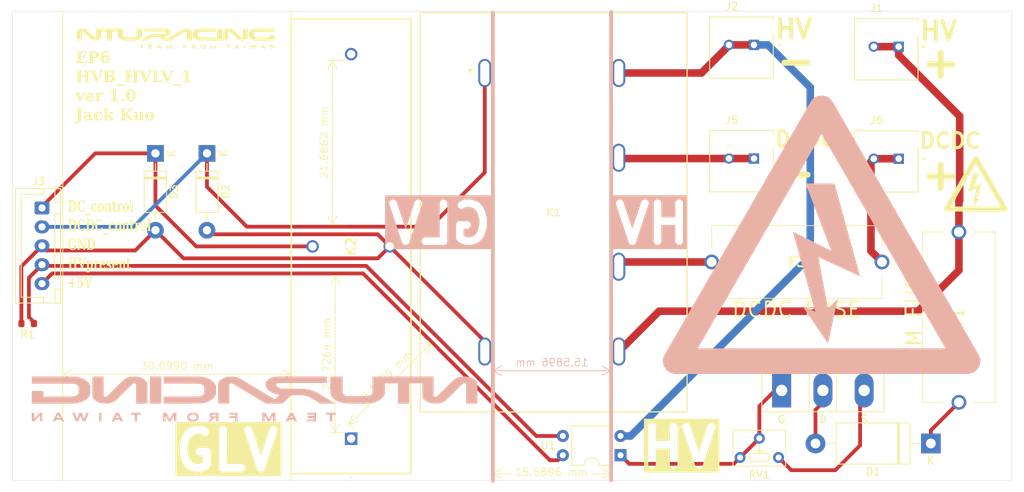
<source format=kicad_pcb>
(kicad_pcb (version 20240108) (generator "pcbnew") (generator_version "8.0")
  (title_block (title "HVB_HVLV_1") (date "2024-10-25") (rev "1.0") (company "NTURacing") (comment 1 "郭哲明 Jack Kuo") (comment 2 "Powertrain"))
  (layers (0 "F.Cu" signal) (31 "B.Cu" signal) (34 "B.Paste" user) (35 "F.Paste" user) (36 "B.SilkS" user "B.Silkscreen") (37 "F.SilkS" user "F.Silkscreen") (38 "B.Mask" user) (39 "F.Mask" user) (44 "Edge.Cuts" user))
  (net 0 "")
  (net 1 "Net-(D1-A)")
  (net 2 "Net-(D1-K)")
  (net 3 "GND")
  (net 4 "/DCDC_CONTROL")
  (net 5 "/DC_CONTROL")
  (net 6 "/HV+")
  (net 7 "Net-(F3-Pad2)")
  (net 8 "Net-(J6-Pin_1)")
  (net 9 "/HV-")
  (net 10 "+5V")
  (net 11 "/HVpresent")
  (net 12 "Net-(J5-Pin_1)")
  (net 15 "Net-(Q1-G)")
  (net 16 "Net-(Q1-S)")
  (footprint "Diode_THT:D_DO-201_P15.24mm_Horizontal" (layer "F.Cu") (at 184.4548 85.852 180)
    (property "Reference" "D1")
    (property "Value" "1N5370B")
  )
  (footprint "MountingHole:MountingHole_3.2mm_M3" (layer "F.Cu") (at 66.6306 32.237)
    (property "Reference" "H2" (hide yes))
    (property "Value" "MountingHole")
  )
  (footprint "MountingHole:MountingHole_3.2mm_M3" (layer "F.Cu") (at 191.6306 87.237)
    (property "Reference" "H4" (hide yes))
    (property "Value" "MountingHole")
  )
  (footprint "nturt_kicad_lib_EP6:HRS_DF33C-2P-3.3DSA" (layer "F.Cu") (at 159.4358 33.1978)
    (property "Reference" "J2")
    (property "Value" "HV-")
  )
  (footprint "PCM_Package_TO_SOT_THT_AKL:TO-247-3_Vertical_GDS" (layer "F.Cu") (at 164.7444 78.8416)
    (property "Reference" "Q1")
    (property "Value" "IXTH6N100D2" (hide yes))
  )
  (footprint "nturt_kicad_lib_EP6:RELAY_G7L-2A-X_OMR" (layer "F.Cu") (at 125.5268 36.9062)
    (property "Reference" "K1")
    (property "Value" "G7L-2A-X DC24")
  )
  (footprint "nturt_kicad_lib_EP6:HRS_DF33C-2P-3.3DSA" (layer "F.Cu") (at 178.562 33.4264)
    (property "Reference" "J1")
    (property "Value" "HV+")
  )
  (footprint "PCM_Potentiometer_THT_AKL:Potentiometer_Bourns_3266W_Vertical" (layer "F.Cu") (at 159.258 87.7062 180)
    (property "Reference" "RV1")
    (property "Value" "10k" (hide yes))
  )
  (footprint "SamacSys_Parts_EP6:65600001009" (layer "F.Cu") (at 188.1632 69.1642 90)
    (property "Reference" "F1")
    (property "Value" "500V/0.5A" (hide yes))
  )
  (footprint "Diode_THT:D_DO-41_SOD81_P10.16mm_Horizontal" (layer "F.Cu") (at 88.8238 47.5234 -90)
    (property "Reference" "D2")
    (property "Value" "1N4007")
  )
  (footprint "SamacSys_Parts_EP6:65600001009" (layer "F.Cu") (at 166.751 61.8744 180)
    (property "Reference" "F3")
    (property "Value" "fuse" (hide yes))
  )
  (footprint "MountingHole:MountingHole_3.2mm_M3" (layer "F.Cu") (at 66.6306 87.237)
    (property "Reference" "H3" (hide yes))
    (property "Value" "MountingHole")
  )
  (footprint "Connector_JST:JST_XH_B5B-XH-A_1x05_P2.50mm_Vertical" (layer "F.Cu") (at 67.0306 54.737 -90)
    (property "Reference" "J3")
    (property "Value" "from LV")
  )
  (footprint "MountingHole:MountingHole_3.2mm_M3" (layer "F.Cu") (at 191.6306 32.237)
    (property "Reference" "H1" (hide yes))
    (property "Value" "MountingHole")
  )
  (footprint "Package_DIP:DIP-4_W7.62mm" (layer "F.Cu") (at 143.4592 87.4014 180)
    (property "Reference" "U1")
    (property "Value" "PC817")
  )
  (footprint "nturt_kicad_lib_EP6:HRS_DF33C-2P-3.3DSA" (layer "F.Cu") (at 178.562 48.2346)
    (property "Reference" "J6")
    (property "Value" "DCDC+")
  )
  (footprint "Diode_THT:D_DO-41_SOD81_P10.16mm_Horizontal" (layer "F.Cu") (at 82.0166 47.5234 -90)
    (property "Reference" "D3")
    (property "Value" "1N4007")
  )
  (footprint "nturt_kicad_lib_EP6:HRS_DF33C-2P-3.3DSA" (layer "F.Cu") (at 159.4358 48.2092)
    (property "Reference" "J5")
    (property "Value" "DCDC-")
  )
  (footprint "Resistor_SMD:R_0603_1608Metric" (layer "F.Cu") (at 65.1388 70.0024 180)
    (property "Reference" "R1")
    (property "Value" "1M")
  )
  (footprint "SamacSys_Parts_EP6:DBT72410" (layer "F.Cu") (at 107.8738 85.217 90)
    (property "Reference" "K2")
    (property "Value" "DBT72410" (hide yes))
  )
  (gr_poly (pts (xy 81.289528 77.001688) (xy 81.289528 80.58785) (xy 82.781774 80.58785) (xy 82.781774 78.805087) (xy 82.780931 78.111548) (xy 82.7786 77.541834) (xy 82.775079 77.154881) (xy 82.772966 77.048358) (xy 82.770667 77.009625) (xy 82.753385 77.007848) (xy 82.708329 77.006128) (xy 82.547024 77.003077) (xy 82.311008 77.000919) (xy 82.024541 77.0001)) (stroke (width -0.000001)) (fill solid) (layer "B.SilkS"))
  (gr_line (start 126.5936 90.805) (end 126.5936 28.9052) (stroke (width 0.5)) (layer "B.SilkS"))
  (gr_poly (pts (xy 102.069899 82.048349) (xy 102.892223 82.048349) (xy 102.898573 82.135662) (xy 102.903336 82.222974) (xy 102.117525 82.222974) (xy 102.117525 82.476974) (xy 102.895398 82.476974) (xy 102.895398 82.564287) (xy 102.895469 82.581929) (xy 102.895671 82.598864) (xy 102.895984 82.614684) (xy 102.89639 82.628977) (xy 102.896871 82.641336) (xy 102.897407 82.651351) (xy 102.897981 82.658613) (xy 102.898276 82.661083) (xy 102.898573 82.662712) (xy 102.896972 82.664199) (xy 102.89112 82.665682) (xy 102.867519 82.668615) (xy 102.829481 82.671474) (xy 102.778718 82.674221) (xy 102.645864 82.679232) (xy 102.48265 82.68335) (xy 102.061961 82.691286) (xy 102.061961 82.929412) (xy 102.644575 82.934174) (xy 103.228775 82.937349) (xy 103.228775 81.79435) (xy 102.069899 81.79435)) (stroke (width -0.000001)) (fill solid) (layer "B.SilkS"))
  (gr_poly (pts (xy 76.982641 81.797525) (xy 76.811188 81.802287) (xy 76.655611 82.095974) (xy 76.472531 82.446092) (xy 76.33752 82.706169) (xy 76.254003 82.869508) (xy 76.232624 82.912808) (xy 76.225402 82.929412) (xy 76.226281 82.930267) (xy 76.22886 82.931049) (xy 76.238772 82.932388) (xy 76.254452 82.93343) (xy 76.27521 82.934175) (xy 76.329209 82.93477) (xy 76.395262 82.934174) (xy 76.566715 82.929412) (xy 76.622278 82.823049) (xy 76.677841 82.715099) (xy 77.298547 82.715099) (xy 77.352528 82.826224) (xy 77.406499 82.937349) (xy 77.752574 82.937349) (xy 77.573189 82.591274) (xy 77.518765 82.485947) (xy 77.173306 82.485947) (xy 77.173138 82.486499) (xy 77.171555 82.487337) (xy 77.168062 82.488068) (xy 77.15575 82.489228) (xy 77.137 82.490016) (xy 77.112614 82.490468) (xy 77.050132 82.490518) (xy 76.974703 82.489674) (xy 76.7842 82.484912) (xy 76.884214 82.286475) (xy 76.982641 82.088037) (xy 77.081062 82.284887) (xy 77.100645 82.324413) (xy 77.118666 82.361484) (xy 77.134752 82.39528) (xy 77.148531 82.424984) (xy 77.159632 82.449776) (xy 77.167681 82.468838) (xy 77.170445 82.475965) (xy 77.172307 82.481352) (xy 77.17322 82.484897) (xy 77.173306 82.485947) (xy 77.518765 82.485947) (xy 77.419796 82.294412) (xy 77.350615 82.162203) (xy 77.298547 82.064225) (xy 77.258738 81.98991) (xy 77.222946 81.922143) (xy 77.19519 81.868664) (xy 77.185581 81.849701) (xy 77.179488 81.837212) (xy 77.155675 81.792762)) (stroke (width -0.000001)) (fill solid) (layer "B.SilkS"))
  (gr_poly (pts (xy 104.578149 82.048349) (xy 105.054398 82.048349) (xy 105.054398 82.937349) (xy 105.3719 82.937349) (xy 105.3719 82.048349) (xy 105.848149 82.048349) (xy 105.848149 81.79435) (xy 104.578149 81.79435)) (stroke (width -0.000001)) (fill solid) (layer "B.SilkS"))
  (gr_poly (pts (xy 91.767025 82.048349) (xy 92.544901 82.048349) (xy 92.544901 82.23885) (xy 91.803538 82.23885) (xy 91.80036 82.357912) (xy 91.797185 82.476974) (xy 92.544901 82.476974) (xy 92.544901 82.938936) (xy 92.698888 82.934174) (xy 92.854463 82.929412) (xy 92.859225 82.381724) (xy 92.859819 82.167263) (xy 92.859224 81.988818) (xy 92.857439 81.865142) (xy 92.8561 81.829702) (xy 92.855318 81.819607) (xy 92.854463 81.814987) (xy 92.852131 81.812139) (xy 92.846751 81.809542) (xy 92.825813 81.805065) (xy 92.789582 81.801481) (xy 92.735995 81.798715) (xy 92.662985 81.796693) (xy 92.568488 81.795342) (xy 92.306775 81.79435) (xy 91.767025 81.79435)) (stroke (width -0.000001)) (fill solid) (layer "B.SilkS"))
  (gr_poly (pts (xy 169.824156 39.906466) (xy 169.721963 39.915953) (xy 169.620468 39.932165) (xy 169.519973 39.955292) (xy 169.420782 39.985526) (xy 169.37177 40.003369) (xy 169.323197 40.02306) (xy 169.275102 40.044624) (xy 169.227522 40.068086) (xy 169.180495 40.093468) (xy 169.134058 40.120795) (xy 169.088251 40.150091) (xy 169.04311 40.18138) (xy 168.998674 40.214686) (xy 168.95498 40.250033) (xy 168.912066 40.287444) (xy 168.86997 40.326945) (xy 168.82873 40.368559) (xy 168.788384 40.412309) (xy 168.748969 40.458221) (xy 168.710525 40.506317) (xy 168.673087 40.556623) (xy 168.636694 40.609161) (xy 168.601385 40.663957) (xy 168.567197 40.721033) (xy 149.280834 74.125209) (xy 149.280621 74.125315) (xy 149.280515 74.125368) (xy 149.280409 74.12542) (xy 149.224557 74.230464) (xy 149.177053 74.337097) (xy 149.137718 74.444994) (xy 149.106372 74.553833) (xy 149.082836 74.663291) (xy 149.06693 74.773046) (xy 149.058475 74.882774) (xy 149.057291 74.992153) (xy 149.063197 75.100861) (xy 149.076016 75.208574) (xy 149.095566 75.31497) (xy 149.121668 75.419726) (xy 149.154144 75.52252) (xy 149.192812 75.623027) (xy 149.237494 75.720927) (xy 149.288009 75.815896) (xy 149.344179 75.907611) (xy 149.405822 75.995749) (xy 149.472761 76.079989) (xy 149.544815 76.160006) (xy 149.621805 76.235479) (xy 149.70355 76.306085) (xy 149.789872 76.3715) (xy 149.880591 76.431403) (xy 149.975526 76.48547) (xy 150.074499 76.533378) (xy 150.17733 76.574805) (xy 150.283839 76.609429) (xy 150.393846 76.636926) (xy 150.507172 76.656974) (xy 150.623637 76.669249) (xy 150.743062 76.67343) (xy 189.315785 76.67343) (xy 189.435173 76.669273) (xy 189.551606 76.657018) (xy 189.664905 76.636988) (xy 189.774888 76.609506) (xy 189.881377 76.574895) (xy 189.984191 76.533477) (xy 190.08315 76.485575) (xy 190.178074 76.431513) (xy 190.268784 76.371614) (xy 190.355099 76.306199) (xy 190.43684 76.235593) (xy 190.513826 76.160117) (xy 190.585878 76.080096) (xy 190.652816 75.995852) (xy 190.714459 75.907707) (xy 190.770629 75.815985) (xy 190.821144 75.721009) (xy 190.865825 75.623101) (xy 190.904492 75.522585) (xy 190.936965 75.419783) (xy 190.963064 75.315018) (xy 190.982609 75.208613) (xy 190.995421 75.100892) (xy 191.001319 74.992177) (xy 191.000123 74.88279) (xy 190.991653 74.773055) (xy 190.97573 74.663296) (xy 190.952174 74.553833) (xy 190.920804 74.444992) (xy 190.88144 74.337094) (xy 190.833904 74.230462) (xy 190.778014 74.12542) (xy 190.293543 73.286302) (xy 186.382119 73.286302) (xy 153.676091 73.286302) (xy 170.029107 44.962482) (xy 186.382119 73.286302) (xy 190.293543 73.286302) (xy 171.491652 40.720892) (xy 171.42215 40.609046) (xy 171.348308 40.506232) (xy 171.270432 40.412255) (xy 171.188825 40.326922) (xy 171.103791 40.250041) (xy 171.015637 40.181418) (xy 170.924666 40.12086) (xy 170.831182 40.068174) (xy 170.735491 40.023167) (xy 170.637897 39.985645) (xy 170.538704 39.955415) (xy 170.438218 39.932285) (xy 170.336742 39.916061) (xy 170.234581 39.906549) (xy 170.13204 39.903558) (xy 170.029424 39.906893) (xy 169.926744 39.903509)) (stroke (width -0.000001)) (fill solid) (layer "B.SilkS"))
  (gr_poly (pts (xy 78.797154 82.048349) (xy 79.2734 82.048349) (xy 79.2734 82.938936) (xy 79.42739 82.934174) (xy 79.582962 82.929412) (xy 79.587724 82.488087) (xy 79.590899 82.048349) (xy 80.067151 82.048349) (xy 80.067151 81.79435) (xy 78.797154 81.79435)) (stroke (width -0.000001)) (fill solid) (layer "B.SilkS"))
  (gr_poly (pts (xy 74.720451 81.797525) (xy 74.566461 81.802287) (xy 74.566461 82.929412) (xy 74.720451 82.934174) (xy 74.876029 82.938936) (xy 74.876029 81.792762)) (stroke (width -0.000001)) (fill solid) (layer "B.SilkS"))
  (gr_poly (pts (xy 114.733386 77.004863) (xy 110.697961 77.008038) (xy 110.690023 78.103413) (xy 110.682086 79.198788) (xy 110.639223 79.2734) (xy 110.629131 79.289219) (xy 110.618464 79.304555) (xy 110.60717 79.319444) (xy 110.595194 79.333923) (xy 110.582484 79.348031) (xy 110.568985 79.361804) (xy 110.554645 79.375279) (xy 110.539409 79.388494) (xy 110.523224 79.401485) (xy 110.506037 79.414291) (xy 110.487795 79.426947) (xy 110.468443 79.439492) (xy 110.447928 79.451963) (xy 110.426198 79.464396) (xy 110.403197 79.476829) (xy 110.378874 79.4893) (xy 110.306097 79.525775) (xy 110.238678 79.5528) (xy 110.200141 79.56321) (xy 110.154739 79.571788) (xy 110.032402 79.584153) (xy 109.84979 79.591309) (xy 109.585025 79.59467) (xy 108.721523 79.595663) (xy 108.299022 79.595542) (xy 107.972497 79.594993) (xy 107.728235 79.593737) (xy 107.63267 79.592757) (xy 107.552528 79.591495) (xy 107.486098 79.589918) (xy 107.431664 79.587989) (xy 107.387514 79.585674) (xy 107.351933 79.582938) (xy 107.323207 79.579746) (xy 107.299623 79.576063) (xy 107.279467 79.571856) (xy 107.261024 79.567087) (xy 107.218963 79.554225) (xy 107.177987 79.540094) (xy 107.138216 79.524762) (xy 107.099768 79.5083) (xy 107.062762 79.490778) (xy 107.027317 79.472265) (xy 106.99355 79.452832) (xy 106.961581 79.432547) (xy 106.931529 79.411481) (xy 106.903511 79.389703) (xy 106.877646 79.367284) (xy 106.854054 79.344292) (xy 106.843146 79.332603) (xy 106.832852 79.320798) (xy 106.823184 79.308885) (xy 106.814159 79.296872) (xy 106.80579 79.284768) (xy 106.798094 79.272582) (xy 106.791084 79.260324) (xy 106.784775 79.248) (xy 106.773765 79.222693) (xy 106.765452 79.189312) (xy 106.759409 79.134872) (xy 106.755207 79.046387) (xy 106.750618 78.715344) (xy 106.748262 78.0923) (xy 106.745087 77.008038) (xy 105.125837 77.008038) (xy 105.125837 79.262287) (xy 105.162347 79.373413) (xy 105.173235 79.404206) (xy 105.185078 79.434696) (xy 105.197902 79.46491) (xy 105.211734 79.494881) (xy 105.226597 79.524638) (xy 105.242519 79.554211) (xy 105.259525 79.58363) (xy 105.27764 79.612927) (xy 105.296889 79.64213) (xy 105.317299 79.67127) (xy 105.338895 79.700378) (xy 105.361703 79.729484) (xy 105.385748 79.758617) (xy 105.411056 79.787809) (xy 105.437652 79.817089) (xy 105.465561 79.846487) (xy 105.531536 79.911241) (xy 105.602015 79.973323) (xy 105.676926 80.032703) (xy 105.756198 80.08935) (xy 105.839757 80.143235) (xy 105.927533 80.194327) (xy 106.019453 80.242595) (xy 106.115444 80.288011) (xy 106.215435 80.330543) (xy 106.319354 80.370161) (xy 106.427128 80.406835) (xy 106.538686 80.440535) (xy 106.653955 80.47123) (xy 106.772864 80.498891) (xy 106.89534 80.523487) (xy 107.021311 80.544987) (xy 107.179565 80.565178) (xy 107.277705 80.571386) (xy 107.413424 80.575547) (xy 107.872311 80.579367) (xy 108.705649 80.579913) (xy 109.402884 80.57892) (xy 109.664892 80.577568) (xy 109.875834 80.575547) (xy 110.040714 80.572781) (xy 110.164536 80.569197) (xy 110.252304 80.564719) (xy 110.309023 80.559275) (xy 110.447128 80.538553) (xy 110.581022 80.514496) (xy 110.71066 80.487119) (xy 110.835999 80.456435) (xy 110.956994 80.422458) (xy 111.0736 80.385202) (xy 111.185774 80.344681) (xy 111.293472 80.300909) (xy 111.396649 80.253901) (xy 111.495261 80.203669) (xy 111.589264 80.150228) (xy 111.678614 80.093592) (xy 111.763267 80.033775) (xy 111.843178 79.97079) (xy 111.918303 79.904652) (xy 111.988598 79.835375) (xy 112.015177 79.807152) (xy 112.040201 79.779549) (xy 112.06375 79.752444) (xy 112.085907 79.725714) (xy 112.106752 79.699234) (xy 112.126366 79.672883) (xy 112.144832 79.646536) (xy 112.162231 79.62007) (xy 112.178643 79.593363) (xy 112.194151 79.56629) (xy 112.208836 79.53873) (xy 112.222779 79.510557) (xy 112.236061 79.48165) (xy 112.248765 79.451885) (xy 112.260971 79.421138) (xy 112.27276 79.389287) (xy 112.317211 79.262287) (xy 112.321972 78.582837) (xy 112.326736 77.904975) (xy 114.055523 77.904975) (xy 114.055523 80.58785) (xy 115.547774 80.58785) (xy 115.547774 77.904975) (xy 117.278148 77.904975) (xy 117.278148 78.768575) (xy 117.278396 79.091135) (xy 117.278985 79.222315) (xy 117.280132 79.335709) (xy 117.282024 79.43303) (xy 117.284845 79.51599) (xy 117.286663 79.552618) (xy 117.288783 79.586298) (xy 117.291229 79.617244) (xy 117.294023 79.645668) (xy 117.29719 79.671786) (xy 117.300751 79.695811) (xy 117.304732 79.717957) (xy 117.309154 79.738438) (xy 117.314041 79.757468) (xy 117.319417 79.775261) (xy 117.325304 79.79203) (xy 117.331726 79.80799) (xy 117.338707 79.823355) (xy 117.346268 79.838339) (xy 117.354434 79.853155) (xy 117.363228 79.868018) (xy 117.382793 79.898738) (xy 117.405149 79.932212) (xy 117.451513 79.995766) (xy 117.504156 80.056589) (xy 117.562883 80.114594) (xy 117.627497 80.169692) (xy 117.697805 80.221795) (xy 117.773609 80.270815) (xy 117.854716 80.316662) (xy 117.940929 80.35925) (xy 118.032054 80.398488) (xy 118.127894 80.43429) (xy 118.228256 80.466567) (xy 118.332942 80.495229) (xy 118.441759 80.52019) (xy 118.55451 80.54136) (xy 118.671001 80.558651) (xy 118.791035 80.571975) (xy 118.872921 80.578308) (xy 118.955878 80.58186) (xy 119.03964 80.582677) (xy 119.123939 80.580805) (xy 119.208508 80.576293) (xy 119.293079 80.569184) (xy 119.377385 80.559528) (xy 119.461159 80.547369) (xy 119.544132 80.532754) (xy 119.626039 80.51573) (xy 119.70661 80.496344) (xy 119.785579 80.474642) (xy 119.862679 80.450669) (xy 119.937641 80.424474) (xy 120.010199 80.396102) (xy 120.080085 80.3656) (xy 120.15826 80.326936) (xy 120.234891 80.280421) (xy 120.277307 80.249952) (xy 120.324954 80.2124) (xy 120.443424 80.109219) (xy 120.605278 79.957222) (xy 120.825491 79.742754) (xy 121.500898 79.071787) (xy 121.77361 78.799599) (xy 122.00798 78.566814) (xy 122.205255 78.372202) (xy 122.36668 78.214538) (xy 122.493504 78.092592) (xy 122.586971 78.005136) (xy 122.621585 77.973959) (xy 122.648328 77.950944) (xy 122.667355 77.935938) (xy 122.678822 77.928788) (xy 122.700288 77.921212) (xy 122.722857 77.915136) (xy 122.74629 77.910534) (xy 122.770352 77.907381) (xy 122.794804 77.905651) (xy 122.819409 77.905319) (xy 122.843931 77.906359) (xy 122.868132 77.908745) (xy 122.891775 77.912452) (xy 122.914622 77.917455) (xy 122.936437 77.923727) (xy 122.956982 77.931243) (xy 122.97602 77.939978) (xy 122.9849 77.944794) (xy 122.993315 77.949906) (xy 123.001234 77.955309) (xy 123.008628 77.961001) (xy 123.015467 77.966978) (xy 123.021722 77.973237) (xy 123.056648 78.00975) (xy 123.059822 79.295625) (xy 123.064585 80.579913) (xy 123.805947 80.584675) (xy 124.548897 80.58785) (xy 124.548897 79.262287) (xy 124.54877 78.834) (xy 124.548178 78.508051) (xy 124.547609 78.378646) (xy 124.546804 78.269055) (xy 124.545726 78.177356) (xy 124.544333 78.101627) (xy 124.542587 78.039942) (xy 124.540448 77.990381) (xy 124.539219 77.969545) (xy 124.537877 77.951018) (xy 124.536416 77.934561) (xy 124.534833 77.919932) (xy 124.533122 77.906892) (xy 124.531278 77.895199) (xy 124.529296 77.884614) (xy 124.527172 77.874896) (xy 124.522475 77.8571) (xy 124.517147 77.839887) (xy 124.485263 77.761098) (xy 124.444011 77.685007) (xy 124.393736 77.611818) (xy 124.334783 77.541735) (xy 124.267496 77.474964) (xy 124.192218 77.411709) (xy 124.109295 77.352175) (xy 124.019069 77.296566) (xy 123.921886 77.245087) (xy 123.818089 77.197942) (xy 123.708023 77.155337) (xy 123.592032 77.117476) (xy 123.470459 77.084563) (xy 123.34365 77.056804) (xy 123.211948 77.034402) (xy 123.075697 77.017563) (xy 123.008039 77.012255) (xy 122.92615 77.009328) (xy 122.834847 77.008633) (xy 122.738949 77.010022) (xy 122.643274 77.013346) (xy 122.552641 77.018456) (xy 122.471868 77.025203) (xy 122.405773 77.033438) (xy 122.342755 77.043839) (xy 122.28107 77.055402) (xy 122.220674 77.068138) (xy 122.161521 77.082055) (xy 122.103568 77.097162) (xy 122.046771 77.11347) (xy 121.991086 77.130987) (xy 121.936468 77.149722) (xy 121.882873 77.169685) (xy 121.830257 77.190885) (xy 121.778576 77.213332) (xy 121.727786 77.237034) (xy 121.677842 77.262002) (xy 121.6287 77.288244) (xy 121.580317 77.315769) (xy 121.532648 77.344587) (xy 121.494024 77.375854) (xy 121.420704 77.442616) (xy 121.175262 77.677566) (xy 120.806887 78.039317) (xy 120.326148 78.51775) (xy 120.05298 78.78987) (xy 119.818396 79.022476) (xy 119.621093 79.216833) (xy 119.459769 79.374206) (xy 119.333123 79.495861) (xy 119.239851 79.583062) (xy 119.205324 79.614137) (xy 119.178652 79.637074) (xy 119.159673 79.652029) (xy 119.148223 79.659162) (xy 119.127158 79.666738) (xy 119.105165 79.672814) (xy 119.082433 79.677416) (xy 119.059149 79.680569) (xy 119.035503 79.682298) (xy 119.011682 79.682631) (xy 118.987876 79.681591) (xy 118.964271 79.679205) (xy 118.941058 79.675497) (xy 118.918423 79.670495) (xy 118.896556 79.664223) (xy 118.875644 79.656707) (xy 118.855877 79.647972) (xy 118.837442 79.638044) (xy 118.820528 79.626949) (xy 118.8127 79.620972) (xy 118.805323 79.614712) (xy 118.770398 79.582962) (xy 118.770398 77.0001)) (stroke (width -0.000001)) (fill solid) (layer "B.SilkS"))
  (gr_poly (pts (xy 72.745604 82.167412) (xy 72.687808 82.312098) (xy 72.63924 82.430738) (xy 72.619997 82.476432) (xy 72.604959 82.510982) (xy 72.594758 82.532844) (xy 72.591669 82.538535) (xy 72.590662 82.539985) (xy 72.590027 82.540474) (xy 72.588403 82.538535) (xy 72.585369 82.532844) (xy 72.575392 82.510982) (xy 72.542004 82.430738) (xy 72.494924 82.312098) (xy 72.439212 82.167412) (xy 72.29634 81.79435) (xy 72.1233 81.797525) (xy 71.951853 81.802287) (xy 71.923277 81.873724) (xy 71.7804 82.261075) (xy 71.664511 82.575399) (xy 71.510526 82.189637) (xy 71.354949 81.802287) (xy 71.194615 81.797525) (xy 71.162204 81.797149) (xy 71.132081 81.797202) (xy 71.104898 81.797664) (xy 71.081305 81.798516) (xy 71.071059 81.799083) (xy 71.061954 81.799741) (xy 71.054072 81.800487) (xy 71.047496 81.801319) (xy 71.042305 81.802235) (xy 71.038581 81.803233) (xy 71.037295 81.803761) (xy 71.036407 81.804309) (xy 71.035926 81.804876) (xy 71.035862 81.805462) (xy 71.053672 81.853856) (xy 71.102141 81.97711) (xy 71.261291 82.373787) (xy 71.486714 82.929412) (xy 71.832788 82.929412) (xy 71.975666 82.559525) (xy 72.032047 82.416823) (xy 72.057009 82.354951) (xy 72.07905 82.301358) (xy 72.097594 82.257512) (xy 72.112064 82.224885) (xy 72.117591 82.213237) (xy 72.121883 82.204945) (xy 72.124868 82.200192) (xy 72.125849 82.1992) (xy 72.126475 82.199162) (xy 72.129551 82.204327) (xy 72.135008 82.215781) (xy 72.151875 82.254724) (xy 72.174696 82.310336) (xy 72.201089 82.376962) (xy 72.270146 82.555357) (xy 72.343966 82.742087) (xy 72.418574 82.937349) (xy 72.758299 82.937349) (xy 72.983727 82.376962) (xy 73.071187 82.159524) (xy 73.142872 81.979293) (xy 73.19134 81.855022) (xy 73.204543 81.819731) (xy 73.20915 81.805462) (xy 73.208943 81.804872) (xy 73.208327 81.804291) (xy 73.205913 81.803161) (xy 73.201992 81.802078) (xy 73.196648 81.801047) (xy 73.182026 81.799155) (xy 73.162715 81.797524) (xy 73.139386 81.796191) (xy 73.112708 81.795193) (xy 73.083351 81.794567) (xy 73.051985 81.79435) (xy 72.894826 81.79435)) (stroke (width -0.000001)) (fill solid) (layer "B.SilkS"))
  (gr_poly (pts (xy 66.368612 82.184874) (xy 65.986029 82.575399) (xy 65.986029 81.79435) (xy 65.6844 81.79435) (xy 65.6844 82.937349) (xy 66.014605 82.937349) (xy 66.397187 82.543649) (xy 66.779775 82.151537) (xy 66.779775 82.937349) (xy 67.081405 82.937349) (xy 67.081405 81.79435) (xy 66.7512 81.79435)) (stroke (width -0.000001)) (fill solid) (layer "B.SilkS"))
  (gr_poly (pts (xy 84.570887 81.797525) (xy 84.361339 81.802287) (xy 84.139091 82.218212) (xy 84.052223 82.380558) (xy 83.979942 82.513288) (xy 83.951596 82.564315) (xy 83.929686 82.602858) (xy 83.915144 82.627226) (xy 83.910927 82.633565) (xy 83.9089 82.635724) (xy 83.903157 82.628091) (xy 83.890048 82.606207) (xy 83.845003 82.52579) (xy 83.780313 82.406678) (xy 83.702527 82.261075) (xy 83.554094 81.982865) (xy 83.477104 81.840387) (xy 83.448523 81.79435) (xy 83.035778 81.79435) (xy 83.035778 82.938936) (xy 83.189762 82.934174) (xy 83.34534 82.929412) (xy 83.348515 82.557936) (xy 83.349978 82.413896) (xy 83.351888 82.295007) (xy 83.352964 82.248948) (xy 83.354096 82.21392) (xy 83.355265 82.191506) (xy 83.355857 82.185523) (xy 83.356452 82.183287) (xy 83.358053 82.18465) (xy 83.361601 82.189804) (xy 83.374135 82.210721) (xy 83.418163 82.289649) (xy 83.482134 82.407868) (xy 83.55965 82.553174) (xy 83.75809 82.929412) (xy 84.059715 82.929412) (xy 84.261325 82.548412) (xy 84.291861 82.491406) (xy 84.319282 82.440471) (xy 84.343744 82.395355) (xy 84.365406 82.355803) (xy 84.384427 82.321563) (xy 84.400964 82.292381) (xy 84.408351 82.279607) (xy 84.415176 82.268003) (xy 84.421459 82.257536) (xy 84.42722 82.248176) (xy 84.432478 82.239889) (xy 84.437255 82.232646) (xy 84.441568 82.226413) (xy 84.445438 82.22116) (xy 84.448886 82.216855) (xy 84.451929 82.213465) (xy 84.454589 82.210959) (xy 84.455782 82.210028) (xy 84.456886 82.209307) (xy 84.457903 82.20879) (xy 84.458838 82.208475) (xy 84.459691 82.208357) (xy 84.460465 82.208432) (xy 84.461163 82.208697) (xy 84.461788 82.209147) (xy 84.462341 82.209778) (xy 84.462826 82.210587) (xy 84.463244 82.21157) (xy 84.463599 82.212722) (xy 84.464127 82.215519) (xy 84.464429 82.218947) (xy 84.464525 82.222974) (xy 84.465715 82.357515) (xy 84.469288 82.603974) (xy 84.472463 82.929412) (xy 84.62645 82.934174) (xy 84.782025 82.938936) (xy 84.782025 81.792762)) (stroke (width -0.000001)) (fill solid) (layer "B.SilkS"))
  (gr_poly (pts (xy 99.96344 81.794424) (xy 99.944244 81.794647) (xy 99.926322 81.795019) (xy 99.90966 81.79554) (xy 99.894245 81.79621) (xy 99.880062 81.797028) (xy 99.867098 81.797996) (xy 99.855338 81.799112) (xy 99.844769 81.800377) (xy 99.835376 81.801791) (xy 99.827146 81.803354) (xy 99.820065 81.805065) (xy 99.814119 81.806925) (xy 99.811567 81.807911) (xy 99.809294 81.808934) (xy 99.807297 81.809995) (xy 99.805575 81.811092) (xy 99.804127 81.812227) (xy 99.80295 81.813399) (xy 99.781816 81.850805) (xy 99.735083 81.937621) (xy 99.669897 82.060751) (xy 99.593399 82.207099) (xy 99.428695 82.523012) (xy 99.356761 82.659834) (xy 99.304473 82.757962) (xy 99.210811 82.937349) (xy 99.560061 82.937349) (xy 99.614037 82.8294) (xy 99.66801 82.723037) (xy 99.97916 82.718274) (xy 100.291899 82.715099) (xy 100.347462 82.826224) (xy 100.403026 82.937349) (xy 100.569713 82.937349) (xy 100.600863 82.937262) (xy 100.628338 82.936949) (xy 100.652298 82.936334) (xy 100.663008 82.935889) (xy 100.672899 82.93534) (xy 100.68199 82.934677) (xy 100.690301 82.93389) (xy 100.697852 82.93297) (xy 100.704662 82.931908) (xy 100.710751 82.930693) (xy 100.716138 82.929316) (xy 100.720845 82.927768) (xy 100.72489 82.926038) (xy 100.728293 82.924118) (xy 100.731074 82.921998) (xy 100.732237 82.920859) (xy 100.733253 82.919667) (xy 100.734122 82.918421) (xy 100.734849 82.917118) (xy 100.735435 82.915758) (xy 100.735882 82.914339) (xy 100.736373 82.911322) (xy 100.73634 82.908056) (xy 100.735804 82.904532) (xy 100.734784 82.900742) (xy 100.7333 82.896674) (xy 100.731372 82.892319) (xy 100.729019 82.887669) (xy 100.726262 82.882712) (xy 100.72312 82.87744) (xy 100.71576 82.865912) (xy 100.687161 82.815434) (xy 100.626266 82.701407) (xy 100.517335 82.492849) (xy 100.180775 82.492849) (xy 99.982337 82.492849) (xy 99.942361 82.492704) (xy 99.90512 82.492279) (xy 99.871413 82.491594) (xy 99.842041 82.490666) (xy 99.817804 82.489516) (xy 99.799501 82.488161) (xy 99.792826 82.487413) (xy 99.787933 82.48662) (xy 99.784925 82.485786) (xy 99.784158 82.485353) (xy 99.7839 82.484912) (xy 99.785843 82.479315) (xy 99.791415 82.466631) (xy 99.811878 82.423198) (xy 99.842164 82.361012) (xy 99.879148 82.286475) (xy 99.91643 82.212507) (xy 99.932978 82.180155) (xy 99.94761 82.151934) (xy 99.959935 82.128624) (xy 99.969562 82.111006) (xy 99.9761 82.099863) (xy 99.978089 82.096963) (xy 99.978742 82.096224) (xy 99.97916 82.095974) (xy 99.981771 82.100008) (xy 99.98814 82.111576) (xy 100.010514 82.154116) (xy 100.082349 82.294412) (xy 100.180775 82.492849) (xy 100.517335 82.492849) (xy 100.442711 82.349974) (xy 100.344262 82.159003) (xy 100.259951 81.997351) (xy 100.17125 81.829274) (xy 100.167175 81.82365) (xy 100.163136 81.818658) (xy 100.158905 81.814261) (xy 100.154259 81.810423) (xy 100.14897 81.807105) (xy 100.142814 81.804271) (xy 100.135565 81.801884) (xy 100.126998 81.799906) (xy 100.116887 81.7983) (xy 100.105006 81.797028) (xy 100.091129 81.796055) (xy 100.075032 81.795342) (xy 100.035274 81.794548) (xy 99.983925 81.79435)) (stroke (width -0.000001)) (fill solid) (layer "B.SilkS"))
  (gr_poly (pts (xy 96.332674 81.797525) (xy 96.124713 81.802287) (xy 96.124713 82.929412) (xy 96.278698 82.934174) (xy 96.434275 82.938936) (xy 96.434275 82.151537) (xy 96.63906 82.540474) (xy 96.843851 82.929412) (xy 96.993073 82.934174) (xy 97.142297 82.938936) (xy 97.347088 82.549999) (xy 97.553463 82.161062) (xy 97.558226 82.549999) (xy 97.561401 82.938936) (xy 97.716976 82.934174) (xy 97.870963 82.929412) (xy 97.875725 82.381724) (xy 97.87632 82.167263) (xy 97.875724 81.988818) (xy 97.873939 81.865142) (xy 97.8726 81.829702) (xy 97.871819 81.819607) (xy 97.870963 81.814987) (xy 97.869446 81.812139) (xy 97.86664 81.809542) (xy 97.862486 81.807187) (xy 97.856923 81.805065) (xy 97.84989 81.803166) (xy 97.841326 81.801481) (xy 97.819367 81.798715) (xy 97.790562 81.796693) (xy 97.754427 81.795342) (xy 97.710479 81.794585) (xy 97.658235 81.79435) (xy 97.451859 81.79435) (xy 97.226436 82.216624) (xy 97.194024 82.277311) (xy 97.164561 82.33213) (xy 97.137907 82.381318) (xy 97.113922 82.425108) (xy 97.092467 82.463735) (xy 97.073403 82.497435) (xy 97.05659 82.526442) (xy 97.041889 82.550991) (xy 97.029159 82.571318) (xy 97.02349 82.579971) (xy 97.018262 82.587656) (xy 97.013457 82.594403) (xy 97.009058 82.600241) (xy 97.005047 82.605199) (xy 97.001407 82.609307) (xy 96.998121 82.612595) (xy 96.99517 82.61509) (xy 96.992538 82.616824) (xy 96.990208 82.617825) (xy 96.98915 82.618059) (xy 96.988161 82.618122) (xy 96.987238 82.618016) (xy 96.98638 82.617745) (xy 96.985584 82.617313) (xy 96.984848 82.616724) (xy 96.983548 82.615087) (xy 96.959836 82.574556) (xy 96.908143 82.48134) (xy 96.751775 82.192811) (xy 96.539046 81.792762)) (stroke (width -0.000001)) (fill solid) (layer "B.SilkS"))
  (gr_poly (pts (xy 73.685402 78.322487) (xy 73.685579 78.704507) (xy 73.68622 79.009007) (xy 73.687495 79.245231) (xy 73.689569 79.422426) (xy 73.692611 79.549839) (xy 73.694547 79.597765) (xy 73.696787 79.636714) (xy 73.699354 79.667839) (xy 73.702266 79.692298) (xy 73.705546 79.711245) (xy 73.709215 79.725837) (xy 73.725445 79.773896) (xy 73.7452 79.82101) (xy 73.76839 79.867134) (xy 73.79492 79.912226) (xy 73.857635 79.999134) (xy 73.932604 80.081387) (xy 74.019089 80.158636) (xy 74.116351 80.230532) (xy 74.223649 80.296726) (xy 74.340244 80.356869) (xy 74.465397 80.410612) (xy 74.598368 80.457607) (xy 74.738418 80.497504) (xy 74.884807 80.529956) (xy 75.036796 80.554612) (xy 75.193645 80.571125) (xy 75.354614 80.579146) (xy 75.518965 80.578325) (xy 75.598927 80.574659) (xy 75.6775 80.569011) (xy 75.75471 80.561373) (xy 75.830584 80.551734) (xy 75.905146 80.540087) (xy 75.978422 80.526421) (xy 76.050438 80.510727) (xy 76.12122 80.492997) (xy 76.190792 80.47322) (xy 76.259181 80.451387) (xy 76.326411 80.427489) (xy 76.39251 80.401517) (xy 76.457501 80.373461) (xy 76.521412 80.343313) (xy 76.584266 80.311062) (xy 76.646091 80.2767) (xy 76.691123 80.247598) (xy 76.747391 80.203724) (xy 76.825241 80.13522) (xy 76.935014 80.032225) (xy 77.291705 79.683322) (xy 77.900213 79.078138) (xy 78.411215 78.570832) (xy 78.609872 78.375148) (xy 78.772345 78.216522) (xy 78.899919 78.093764) (xy 78.993876 78.005682) (xy 79.02865 77.974273) (xy 79.055501 77.951087) (xy 79.07459 77.935975) (xy 79.086078 77.928788) (xy 79.097465 77.924568) (xy 79.109274 77.920834) (xy 79.121462 77.917578) (xy 79.133987 77.914792) (xy 79.146804 77.912468) (xy 79.159872 77.9106) (xy 79.186584 77.9082) (xy 79.213781 77.907529) (xy 79.241117 77.908528) (xy 79.268249 77.911137) (xy 79.294832 77.915294) (xy 79.320521 77.920939) (xy 79.344974 77.928012) (xy 79.367845 77.936453) (xy 79.37858 77.941167) (xy 79.388791 77.9462) (xy 79.398434 77.951545) (xy 79.407467 77.957194) (xy 79.415846 77.96314) (xy 79.423529 77.969374) (xy 79.430472 77.97589) (xy 79.436633 77.982679) (xy 79.441968 77.989735) (xy 79.446435 77.99705) (xy 79.450833 78.023445) (xy 79.454524 78.086768) (xy 79.459933 78.329036) (xy 79.46296 78.733526) (xy 79.463903 79.309912) (xy 79.463903 80.589438) (xy 80.210028 80.58785) (xy 80.956148 80.586262) (xy 80.956148 79.270225) (xy 80.956021 78.848328) (xy 80.955429 78.526332) (xy 80.95486 78.398112) (xy 80.954056 78.289243) (xy 80.952977 78.197852) (xy 80.951585 78.122066) (xy 80.949839 78.060008) (xy 80.9477 78.009806) (xy 80.945129 77.969584) (xy 80.942086 77.937469) (xy 80.940375 77.923866) (xy 80.938532 77.911586) (xy 80.93655 77.900396) (xy 80.934426 77.890061) (xy 80.92973 77.87102) (xy 80.924403 77.852587) (xy 80.909066 77.808731) (xy 80.890487 77.765315) (xy 80.868736 77.722406) (xy 80.843884 77.680071) (xy 80.815999 77.638378) (xy 80.785152 77.597394) (xy 80.751412 77.557187) (xy 80.714849 77.517823) (xy 80.675533 77.479372) (xy 80.633533 77.441899) (xy 80.588919 77.405473) (xy 80.541762 77.370161) (xy 80.49213 77.33603) (xy 80.440094 77.303148) (xy 80.385723 77.271582) (xy 80.329087 77.2414) (xy 80.291277 77.223241) (xy 80.249549 77.205148) (xy 80.204299 77.187222) (xy 80.155927 77.169566) (xy 80.051404 77.135472) (xy 79.93916 77.103684) (xy 79.822376 77.075023) (xy 79.704235 77.050305) (xy 79.587917 77.030349) (xy 79.476603 77.015975) (xy 79.409924 77.011126) (xy 79.329535 77.008435) (xy 79.239881 77.007827) (xy 79.145409 77.009228) (xy 79.050564 77.012565) (xy 78.959794 77.017761) (xy 78.877544 77.024744) (xy 78.808261 77.033438) (xy 78.740458 77.044814) (xy 78.667967 77.059557) (xy 78.592498 77.077165) (xy 78.515765 77.097136) (xy 78.439478 77.118967) (xy 78.365349 77.142157) (xy 78.29509 77.166202) (xy 78.230413 77.1906) (xy 78.125771 77.234911) (xy 78.078305 77.257911) (xy 78.031157 77.284039) (xy 77.98214 77.315218) (xy 77.929064 77.353372) (xy 77.869743 77.400422) (xy 77.801987 77.458292) (xy 77.632418 77.614187) (xy 77.402854 77.83644) (xy 76.693711 78.541563) (xy 76.257299 78.973908) (xy 75.894408 79.329756) (xy 75.75216 79.467552) (xy 75.642244 79.572495) (xy 75.569313 79.640007) (xy 75.548169 79.658296) (xy 75.538015 79.665512) (xy 75.528449 79.668894) (xy 75.518524 79.671901) (xy 75.497726 79.676808) (xy 75.475876 79.680278) (xy 75.453232 79.682355) (xy 75.430048 79.683083) (xy 75.40658 79.682507) (xy 75.383084 79.68067) (xy 75.359816 79.677617) (xy 75.337033 79.673392) (xy 75.314988 79.668039) (xy 75.293939 79.661603) (xy 75.274141 79.654127) (xy 75.255851 79.645656) (xy 75.239323 79.636233) (xy 75.2318 79.631179) (xy 75.224813 79.625904) (xy 75.218396 79.620413) (xy 75.212578 79.614712) (xy 75.177653 79.5782) (xy 75.174478 78.292325) (xy 75.169715 77.008038) (xy 74.426765 77.004863) (xy 73.685402 77.001688)) (stroke (width -0.000001)) (fill solid) (layer "B.SilkS"))
  (gr_poly (pts (xy 65.6844 77.9526) (xy 68.481574 77.955775) (xy 71.280341 77.960538) (xy 71.383524 77.99705) (xy 71.426449 78.013333) (xy 71.467139 78.030052) (xy 71.505629 78.047237) (xy 71.541954 78.064915) (xy 71.576148 78.083114) (xy 71.608247 78.101862) (xy 71.638286 78.121186) (xy 71.666299 78.141115) (xy 71.692322 78.161677) (xy 71.716389 78.182899) (xy 71.738535 78.204809) (xy 71.758796 78.227436) (xy 71.777205 78.250807) (xy 71.793798 78.274949) (xy 71.80861 78.299892) (xy 71.821676 78.325663) (xy 71.833796 78.352297) (xy 71.83875 78.365072) (xy 71.843033 78.378298) (xy 71.846692 78.392585) (xy 71.849777 78.408541) (xy 71.852336 78.426776) (xy 71.854418 78.4479) (xy 71.857348 78.501249) (xy 71.858958 78.573461) (xy 71.859776 78.793975) (xy 71.859581 78.913639) (xy 71.859284 78.963521) (xy 71.858809 79.007444) (xy 71.858119 79.045917) (xy 71.857181 79.079446) (xy 71.855959 79.108538) (xy 71.854418 79.1337) (xy 71.852524 79.155439) (xy 71.850242 79.174262) (xy 71.847536 79.190676) (xy 71.844372 79.205187) (xy 71.840716 79.218304) (xy 71.836531 79.230532) (xy 71.831783 79.242378) (xy 71.826438 79.25435) (xy 71.806814 79.29283) (xy 71.783147 79.329648) (xy 71.755565 79.36474) (xy 71.724193 79.398043) (xy 71.689155 79.429496) (xy 71.650579 79.459035) (xy 71.608588 79.486597) (xy 71.56331 79.51212) (xy 71.514868 79.535541) (xy 71.46339 79.556797) (xy 71.409001 79.575825) (xy 71.351825 79.592562) (xy 71.291989 79.606946) (xy 71.229619 79.618914) (xy 71.164839 79.628403) (xy 71.097776 79.63535) (xy 70.883587 79.641179) (xy 70.434399 79.646264) (xy 69.07689 79.651225) (xy 67.240152 79.651225) (xy 67.240152 78.920975) (xy 65.6844 78.920975) (xy 65.6844 80.58785) (xy 68.410141 80.586262) (xy 70.38737 80.580706) (xy 71.028771 80.575993) (xy 71.312091 80.570387) (xy 71.390641 80.563089) (xy 71.468111 80.554264) (xy 71.544763 80.543877) (xy 71.620857 80.53189) (xy 71.696653 80.518266) (xy 71.772411 80.502968) (xy 71.848394 80.485958) (xy 71.924859 80.4672) (xy 72.059472 80.43058) (xy 72.189305 80.389301) (xy 72.314121 80.343538) (xy 72.433678 80.293468) (xy 72.547739 80.239268) (xy 72.656062 80.181115) (xy 72.75841 80.119185) (xy 72.854541 80.053656) (xy 72.944217 79.984704) (xy 73.027198 79.912505) (xy 73.066103 79.875244) (xy 73.103244 79.837237) (xy 73.138593 79.798507) (xy 73.172117 79.759076) (xy 73.203788 79.718966) (xy 73.233576 79.678199) (xy 73.261451 79.636797) (xy 73.287382 79.594782) (xy 73.311341 79.552177) (xy 73.333296 79.509003) (xy 73.353218 79.465282) (xy 73.371078 79.421038) (xy 73.382672 79.388754) (xy 73.391515 79.356545) (xy 73.397976 79.317788) (xy 73.402429 79.265859) (xy 73.405245 79.194136) (xy 73.406796 79.095997) (xy 73.407591 78.793975) (xy 73.407454 78.623133) (xy 73.406796 78.491953) (xy 73.406155 78.439167) (xy 73.405245 78.393813) (xy 73.404018 78.355064) (xy 73.402429 78.322091) (xy 73.400431 78.294066) (xy 73.397976 78.270162) (xy 73.396564 78.259497) (xy 73.39502 78.249551) (xy 73.393339 78.240221) (xy 73.391515 78.231405) (xy 73.387414 78.214896) (xy 73.382672 78.199196) (xy 73.377242 78.183477) (xy 73.371078 78.166913) (xy 73.321077 78.054435) (xy 73.257797 77.945825) (xy 73.181833 77.841415) (xy 73.093785 77.741537) (xy 72.994248 77.646524) (xy 72.883822 77.556708) (xy 72.763104 77.472422) (xy 72.632691 77.393999) (xy 72.49318 77.32177) (xy 72.345171 77.256069) (xy 72.189259 77.197228) (xy 72.026044 77.14558) (xy 71.856121 77.101456) (xy 71.68009 77.065191) (xy 71.498548 77.037115) (xy 71.312091 77.017563) (xy 70.396699 77.007839) (xy 68.418078 77.001688) (xy 65.6844 77.0001)) (stroke (width -0.000001)) (fill solid) (layer "B.SilkS"))
  (gr_poly (pts (xy 86.95735 81.769644) (xy 86.92515 81.770537) (xy 86.862358 81.774631) (xy 86.802552 81.780967) (xy 86.773761 81.784979) (xy 86.745705 81.789554) (xy 86.718381 81.794695) (xy 86.691787 81.800402) (xy 86.665918 81.806676) (xy 86.640772 81.813519) (xy 86.616343 81.820931) (xy 86.59263 81.828915) (xy 86.569629 81.83747) (xy 86.547335 81.846599) (xy 86.525747 81.856302) (xy 86.504859 81.866581) (xy 86.484669 81.877436) (xy 86.465173 81.888869) (xy 86.446368 81.900881) (xy 86.42825 81.913474) (xy 86.410815 81.926648) (xy 86.394061 81.940404) (xy 86.377984 81.954744) (xy 86.362579 81.969669) (xy 86.347845 81.98518) (xy 86.333777 82.001278) (xy 86.320371 82.017964) (xy 86.307625 82.03524) (xy 86.295534 82.053107) (xy 86.284096 82.071565) (xy 86.273307 82.090617) (xy 86.263163 82.110262) (xy 86.249859 82.137913) (xy 86.244324 82.150536) (xy 86.239475 82.162699) (xy 86.235268 82.174657) (xy 86.231658 82.186667) (xy 86.228602 82.198983) (xy 86.226055 82.211862) (xy 86.223974 82.225559) (xy 86.222313 82.240331) (xy 86.221028 82.256434) (xy 86.220077 82.274122) (xy 86.218994 82.315279) (xy 86.218712 82.365849) (xy 86.219041 82.413332) (xy 86.219487 82.434099) (xy 86.220151 82.453112) (xy 86.221057 82.470544) (xy 86.222228 82.486568) (xy 86.223688 82.501353) (xy 86.225459 82.515074) (xy 86.227565 82.527902) (xy 86.230029 82.540009) (xy 86.232875 82.551567) (xy 86.236125 82.562749) (xy 86.239803 82.573726) (xy 86.243933 82.58467) (xy 86.248536 82.595754) (xy 86.253638 82.60715) (xy 86.275459 82.649826) (xy 86.300441 82.689749) (xy 86.328581 82.726919) (xy 86.359877 82.761335) (xy 86.394326 82.792999) (xy 86.431925 82.821908) (xy 86.472673 82.848065) (xy 86.516568 82.871468) (xy 86.563606 82.892118) (xy 86.613787 82.910015) (xy 86.667106 82.925158) (xy 86.723563 82.937548) (xy 86.783154 82.947185) (xy 86.845878 82.954068) (xy 86.911731 82.958198) (xy 86.980713 82.959575) (xy 87.024886 82.959013) (xy 87.067807 82.957329) (xy 87.109472 82.954527) (xy 87.149874 82.950611) (xy 87.189009 82.945584) (xy 87.226872 82.939451) (xy 87.263457 82.932215) (xy 87.298758 82.923881) (xy 87.332772 82.91445) (xy 87.365491 82.903929) (xy 87.396912 82.892319) (xy 87.42703 82.879626) (xy 87.455837 82.865852) (xy 87.483331 82.851002) (xy 87.509505 82.83508) (xy 87.534353 82.818088) (xy 87.557872 82.800032) (xy 87.580055 82.780914) (xy 87.600898 82.760739) (xy 87.620395 82.73951) (xy 87.638541 82.717231) (xy 87.65533 82.693906) (xy 87.670758 82.669539) (xy 87.684819 82.644133) (xy 87.697508 82.617692) (xy 87.70882 82.59022) (xy 87.718749 82.561721) (xy 87.727291 82.532199) (xy 87.73444 82.501656) (xy 87.74019 82.470098) (xy 87.744538 82.437528) (xy 87.747476 82.403949) (xy 87.748743 82.372576) (xy 87.748732 82.367436) (xy 87.433152 82.367436) (xy 87.432618 82.389141) (xy 87.431024 82.410198) (xy 87.428379 82.430602) (xy 87.42469 82.450346) (xy 87.419968 82.469425) (xy 87.414222 82.487834) (xy 87.407459 82.505566) (xy 87.39969 82.522615) (xy 87.390924 82.538976) (xy 87.381168 82.554642) (xy 87.370434 82.569609) (xy 87.358728 82.58387) (xy 87.346061 82.597419) (xy 87.332442 82.610251) (xy 87.317879 82.62236) (xy 87.302381 82.63374) (xy 87.285958 82.644385) (xy 87.268618 82.654289) (xy 87.250371 82.663447) (xy 87.231225 82.671852) (xy 87.21119 82.6795) (xy 87.190274 82.686383) (xy 87.145837 82.697835) (xy 87.097986 82.706162) (xy 87.046794 82.711316) (xy 86.992332 82.713253) (xy 86.934672 82.711924) (xy 86.88457 82.707828) (xy 86.860782 82.704937) (xy 86.837833 82.701481) (xy 86.815719 82.697458) (xy 86.794439 82.692865) (xy 86.77399 82.6877) (xy 86.754369 82.68196) (xy 86.735573 82.675644) (xy 86.7176 82.668749) (xy 86.700448 82.661272) (xy 86.684113 82.653211) (xy 86.668593 82.644565) (xy 86.653886 82.63533) (xy 86.639988 82.625505) (xy 86.626898 82.615087) (xy 86.614612 82.604073) (xy 86.603129 82.592462) (xy 86.592444 82.580251) (xy 86.582557 82.567437) (xy 86.573464 82.554019) (xy 86.565162 82.539994) (xy 86.557649 82.525359) (xy 86.550922 82.510113) (xy 86.544979 82.494254) (xy 86.539817 82.477777) (xy 86.535434 82.460683) (xy 86.531826 82.442967) (xy 86.528992 82.424628) (xy 86.526928 82.405664) (xy 86.525632 82.386072) (xy 86.525102 82.365849) (xy 86.525793 82.339074) (xy 86.52788 82.313496) (xy 86.529452 82.301147) (xy 86.53138 82.289085) (xy 86.533666 82.277309) (xy 86.536313 82.265812) (xy 86.539322 82.254592) (xy 86.542697 82.243646) (xy 86.546439 82.232968) (xy 86.550551 82.222556) (xy 86.555034 82.212405) (xy 86.559892 82.202513) (xy 86.565127 82.192874) (xy 86.570741 82.183485) (xy 86.576736 82.174344) (xy 86.583115 82.165444) (xy 86.58988 82.156784) (xy 86.597034 82.148359) (xy 86.604578 82.140165) (xy 86.612515 82.132199) (xy 86.620847 82.124457) (xy 86.629577 82.116935) (xy 86.638707 82.109629) (xy 86.648239 82.102535) (xy 86.658176 82.09565) (xy 86.66852 82.08897) (xy 86.690438 82.07621) (xy 86.714012 82.064225) (xy 86.735596 82.055168) (xy 86.760188 82.047059) (xy 86.787371 82.039919) (xy 86.816728 82.033764) (xy 86.847843 82.028614) (xy 86.880299 82.024487) (xy 86.913682 82.021402) (xy 86.947573 82.019377) (xy 86.981558 82.018431) (xy 87.015219 82.018583) (xy 87.048141 82.019851) (xy 87.079907 82.022254) (xy 87.110101 82.025811) (xy 87.138307 82.030539) (xy 87.164108 82.036458) (xy 87.187088 82.043587) (xy 87.217844 82.055648) (xy 87.24643 82.068636) (xy 87.272873 82.082588) (xy 87.297196 82.097537) (xy 87.319427 82.113518) (xy 87.329766 82.121907) (xy 87.339591 82.130567) (xy 87.348905 82.139503) (xy 87.357713 82.148719) (xy 87.366016 82.158219) (xy 87.373818 82.168007) (xy 87.381123 82.178089) (xy 87.387934 82.188467) (xy 87.394253 82.199148) (xy 87.400084 82.210135) (xy 87.40543 82.221432) (xy 87.410294 82.233044) (xy 87.41468 82.244975) (xy 87.418591 82.257229) (xy 87.42203 82.269812) (xy 87.425 82.282727) (xy 87.429546 82.30957) (xy 87.432255 82.337795) (xy 87.433152 82.367436) (xy 87.748732 82.367436) (xy 87.748679 82.341865) (xy 87.747296 82.311825) (xy 87.744601 82.282468) (xy 87.740606 82.253804) (xy 87.735319 82.225844) (xy 87.72875 82.198597) (xy 87.720909 82.172075) (xy 87.711806 82.146287) (xy 87.701449 82.121245) (xy 87.689848 82.096959) (xy 87.677014 82.073439) (xy 87.662956 82.050696) (xy 87.647682 82.028739) (xy 87.631204 82.007581) (xy 87.61353 81.98723) (xy 87.59467 81.967698) (xy 87.574633 81.948995) (xy 87.55343 81.931132) (xy 87.53107 81.914118) (xy 87.507562 81.897965) (xy 87.482916 81.882683) (xy 87.457142 81.868282) (xy 87.430248 81.854773) (xy 87.402246 81.842166) (xy 87.373144 81.830472) (xy 87.342952 81.819701) (xy 87.311679 81.809864) (xy 87.279335 81.800971) (xy 87.245931 81.793033) (xy 87.175976 81.780061) (xy 87.152632 81.776787) (xy 87.124953 81.774108) (xy 87.093963 81.772025) (xy 87.060684 81.770537) (xy 87.02614 81.769644) (xy 86.991354 81.769346)) (stroke (width -0.000001)) (fill solid) (layer "B.SilkS"))
  (gr_poly (pts (xy 89.762939 81.79497) (xy 89.696016 81.795856) (xy 89.636277 81.797227) (xy 89.583114 81.799155) (xy 89.53592 81.801717) (xy 89.494089 81.804985) (xy 89.457013 81.809034) (xy 89.424086 81.813939) (xy 89.408989 81.816736) (xy 89.394701 81.819774) (xy 89.381147 81.823064) (xy 89.36825 81.826614) (xy 89.355936 81.830434) (xy 89.344127 81.834533) (xy 89.332749 81.83892) (xy 89.321725 81.843605) (xy 89.300437 81.853905) (xy 89.279656 81.865507) (xy 89.258775 81.878486) (xy 89.240104 81.892513) (xy 89.222811 81.908323) (xy 89.206937 81.925803) (xy 89.192522 81.944839) (xy 89.179603 81.965317) (xy 89.168222 81.987122) (xy 89.158417 82.010141) (xy 89.150229 82.03426) (xy 89.143696 82.059365) (xy 89.138859 82.085343) (xy 89.135757 82.112078) (xy 89.134428 82.139457) (xy 89.134914 82.167367) (xy 89.137254 82.195693) (xy 89.141486 82.224321) (xy 89.147651 82.253137) (xy 89.15041 82.26416) (xy 89.153358 82.274646) (xy 89.156534 82.284653) (xy 89.159977 82.294238) (xy 89.163728 82.303462) (xy 89.167824 82.31238) (xy 89.172307 82.321052) (xy 89.177216 82.329536) (xy 89.18259 82.337889) (xy 89.188468 82.34617) (xy 89.19489 82.354437) (xy 89.201897 82.362749) (xy 89.209526 82.371163) (xy 89.217818 82.379737) (xy 89.226813 82.38853) (xy 89.236549 82.397599) (xy 89.250707 82.410355) (xy 89.264381 82.422255) (xy 89.277236 82.433039) (xy 89.283252 82.437931) (xy 89.288938 82.442446) (xy 89.294251 82.446552) (xy 89.299151 82.450217) (xy 89.303595 82.453406) (xy 89.307541 82.456089) (xy 89.310948 82.458232) (xy 89.313774 82.459803) (xy 89.315976 82.46077) (xy 89.31683 82.461016) (xy 89.317513 82.4611) (xy 89.319074 82.461173) (xy 89.320772 82.461388) (xy 89.322595 82.461738) (xy 89.324532 82.462216) (xy 89.326572 82.462815) (xy 89.328702 82.463527) (xy 89.330912 82.464347) (xy 89.333189 82.465267) (xy 89.335521 82.46628) (xy 89.337898 82.467378) (xy 89.340307 82.468556) (xy 89.342738 82.469806) (xy 89.347615 82.472494) (xy 89.352436 82.475387) (xy 89.355084 82.477972) (xy 89.35643 82.481628) (xy 89.3564 82.486462) (xy 89.354918 82.492576) (xy 89.351911 82.500077) (xy 89.347303 82.509068) (xy 89.341022 82.519655) (xy 89.332991 82.531941) (xy 89.311386 82.562032) (xy 89.281893 82.600179) (xy 89.243916 82.647218) (xy 89.196861 82.703987) (xy 89.128476 82.788521) (xy 89.072443 82.858768) (xy 89.050872 82.886301) (xy 89.034567 82.907584) (xy 89.024251 82.921723) (xy 89.021567 82.925834) (xy 89.020652 82.927825) (xy 89.021549 82.928717) (xy 89.024183 82.929601) (xy 89.034319 82.931322) (xy 89.05037 82.932931) (xy 89.071649 82.934373) (xy 89.097468 82.935591) (xy 89.127137 82.936531) (xy 89.15997 82.937135) (xy 89.195276 82.937349) (xy 89.369901 82.937349) (xy 89.539761 82.730975) (xy 89.709623 82.524599) (xy 90.036651 82.524599) (xy 90.038235 82.686525) (xy 90.038745 82.775366) (xy 90.038976 82.810365) (xy 90.039626 82.839743) (xy 90.04102 82.863996) (xy 90.042098 82.874356) (xy 90.043484 82.883619) (xy 90.045218 82.89185) (xy 90.047342 82.899108) (xy 90.049897 82.905457) (xy 90.052922 82.910957) (xy 90.056459 82.915672) (xy 90.060548 82.919662) (xy 90.06523 82.922991) (xy 90.070546 82.925719) (xy 90.076536 82.927909) (xy 90.083241 82.929622) (xy 90.090702 82.930921) (xy 90.09896 82.931867) (xy 90.118027 82.93295) (xy 90.140768 82.933365) (xy 90.198575 82.934174) (xy 90.35415 82.938936) (xy 90.35415 82.270599) (xy 90.044588 82.270599) (xy 89.777887 82.270599) (xy 89.734579 82.270557) (xy 89.696113 82.270407) (xy 89.662158 82.270118) (xy 89.632384 82.269657) (xy 89.60646 82.268991) (xy 89.584058 82.268088) (xy 89.574074 82.267537) (xy 89.564846 82.266915) (xy 89.556333 82.266217) (xy 89.548494 82.26544) (xy 89.541288 82.264579) (xy 89.534673 82.26363) (xy 89.528608 82.262589) (xy 89.523051 82.261453) (xy 89.517962 82.260216) (xy 89.513299 82.258875) (xy 89.509021 82.257426) (xy 89.505086 82.255865) (xy 89.501454 82.254188) (xy 89.498083 82.25239) (xy 89.494931 82.250468) (xy 89.491958 82.248418) (xy 89.489122 82.246235) (xy 89.486382 82.243915) (xy 89.483697 82.241455) (xy 89.481025 82.23885) (xy 89.477137 82.234708) (xy 89.473509 82.230332) (xy 89.47014 82.225737) (xy 89.46703 82.22094) (xy 89.464178 82.215957) (xy 89.461583 82.210805) (xy 89.459245 82.205498) (xy 89.457164 82.200055) (xy 89.455338 82.19449) (xy 89.453768 82.188821) (xy 89.452452 82.183064) (xy 89.451391 82.177234) (xy 89.450582 82.171349) (xy 89.450027 82.165424) (xy 89.449724 82.159476) (xy 89.449672 82.153521) (xy 89.449872 82.147575) (xy 89.450323 82.141655) (xy 89.451023 82.135777) (xy 89.451972 82.129957) (xy 89.453171 82.124211) (xy 89.454618 82.118556) (xy 89.456312 82.113008) (xy 89.458254 82.107583) (xy 89.460441 82.102298) (xy 89.462875 82.097168) (xy 89.465555 82.092211) (xy 89.468478 82.087442) (xy 89.471647 82.082877) (xy 89.475058 82.078534) (xy 89.478713 82.074428) (xy 89.48261 82.070575) (xy 89.488368 82.065787) (xy 89.494511 82.061518) (xy 89.501315 82.057728) (xy 89.509053 82.054377) (xy 89.518001 82.051426) (xy 89.528432 82.048836) (xy 89.540622 82.046567) (xy 89.554843 82.044579) (xy 89.590481 82.041289) (xy 89.637542 82.038651) (xy 89.69822 82.036347) (xy 89.774712 82.034062) (xy 90.033476 82.029299) (xy 90.039826 82.14995) (xy 90.044588 82.270599) (xy 90.35415 82.270599) (xy 90.35415 81.79435) (xy 89.920761 81.79435)) (stroke (width -0.000001)) (fill solid) (layer "B.SilkS"))
  (gr_poly (pts (xy 68.730815 82.351562) (xy 68.522852 82.749231) (xy 68.45846 82.873502) (xy 68.440589 82.908793) (xy 68.433954 82.923062) (xy 68.433882 82.923801) (xy 68.434256 82.92453) (xy 68.436297 82.925954) (xy 68.439995 82.927327) (xy 68.445264 82.928642) (xy 68.460183 82.93107) (xy 68.480386 82.933182) (xy 68.505202 82.934921) (xy 68.533963 82.936233) (xy 68.565998 82.937061) (xy 68.600638 82.937349) (xy 68.773673 82.937349) (xy 68.827654 82.826224) (xy 68.881624 82.715099) (xy 69.508686 82.715099) (xy 69.561074 82.821462) (xy 69.613462 82.929412) (xy 69.783327 82.934174) (xy 69.818042 82.934618) (xy 69.8503 82.934745) (xy 69.879433 82.934537) (xy 69.90477 82.933976) (xy 69.925643 82.933043) (xy 69.934195 82.932431) (xy 69.941381 82.931719) (xy 69.947115 82.930905) (xy 69.951314 82.929986) (xy 69.952812 82.929486) (xy 69.953895 82.92896) (xy 69.954553 82.928406) (xy 69.954774 82.927825) (xy 69.932772 82.882258) (xy 69.872819 82.76451) (xy 69.725841 82.480744) (xy 69.380141 82.480744) (xy 69.379671 82.481338) (xy 69.377255 82.482518) (xy 69.372951 82.483679) (xy 69.366856 82.484812) (xy 69.349685 82.486958) (xy 69.326523 82.48888) (xy 69.298153 82.490505) (xy 69.265356 82.491758) (xy 69.228912 82.492564) (xy 69.189604 82.492849) (xy 68.992751 82.492849) (xy 69.08959 82.294412) (xy 69.10887 82.254892) (xy 69.127144 82.217864) (xy 69.144005 82.184186) (xy 69.159042 82.154712) (xy 69.171848 82.130298) (xy 69.182011 82.1118) (xy 69.185975 82.105037) (xy 69.189125 82.100073) (xy 69.19141 82.097017) (xy 69.192212 82.096237) (xy 69.192779 82.095974) (xy 69.195649 82.099574) (xy 69.201608 82.109812) (xy 69.221153 82.146849) (xy 69.279294 82.263654) (xy 69.341009 82.392663) (xy 69.36502 82.444954) (xy 69.380102 82.480149) (xy 69.380141 82.480744) (xy 69.725841 82.480744) (xy 69.675376 82.383312) (xy 69.380102 81.821337) (xy 69.377806 81.81711) (xy 69.374986 81.81334) (xy 69.371486 81.810004) (xy 69.367153 81.807074) (xy 69.361835 81.804526) (xy 69.355377 81.802334) (xy 69.347626 81.800471) (xy 69.338429 81.798914) (xy 69.327632 81.797635) (xy 69.315081 81.79661) (xy 69.284106 81.795218) (xy 69.244275 81.794533) (xy 69.194361 81.79435) (xy 69.021327 81.79435)) (stroke (width -0.000001)) (fill solid) (layer "B.SilkS"))
  (gr_poly (pts (xy 100.26995 77.000252) (xy 99.406496 77.001316) (xy 99.06619 77.002474) (xy 98.779418 77.004202) (xy 98.540619 77.006614) (xy 98.344235 77.009824) (xy 98.184704 77.013945) (xy 98.056466 77.019091) (xy 98.002345 77.022085) (xy 97.953962 77.025377) (xy 97.910623 77.028983) (xy 97.871631 77.032917) (xy 97.836293 77.037192) (xy 97.803913 77.041824) (xy 97.773797 77.046825) (xy 97.745248 77.052212) (xy 97.690076 77.064195) (xy 97.632837 77.077888) (xy 97.539855 77.102264) (xy 97.45029 77.129506) (xy 97.364245 77.159539) (xy 97.281826 77.192287) (xy 97.203137 77.227677) (xy 97.128282 77.265634) (xy 97.057367 77.306085) (xy 96.990495 77.348953) (xy 96.927772 77.394166) (xy 96.869303 77.441648) (xy 96.841695 77.466217) (xy 96.815191 77.491326) (xy 96.789802 77.516965) (xy 96.765542 77.543124) (xy 96.742423 77.569796) (xy 96.720459 77.596969) (xy 96.699664 77.624636) (xy 96.680049 77.652786) (xy 96.661629 77.68141) (xy 96.644415 77.7105) (xy 96.628422 77.740046) (xy 96.613663 77.770038) (xy 96.599902 77.800157) (xy 96.594233 77.81373) (xy 96.589304 77.826741) (xy 96.585063 77.83951) (xy 96.581459 77.852358) (xy 96.578442 77.865606) (xy 96.575959 77.879575) (xy 96.57396 77.894586) (xy 96.572393 77.910959) (xy 96.571208 77.929016) (xy 96.570353 77.949078) (xy 96.569429 77.996498) (xy 96.569212 78.055788) (xy 96.570064 78.109539) (xy 96.571567 78.155105) (xy 96.572627 78.175284) (xy 96.573927 78.193974) (xy 96.575492 78.211362) (xy 96.577347 78.227634) (xy 96.579519 78.242976) (xy 96.582032 78.257574) (xy 96.584913 78.271613) (xy 96.588187 78.285281) (xy 96.59188 78.298762) (xy 96.596017 78.312243) (xy 96.600623 78.325911) (xy 96.605725 78.33995) (xy 96.646273 78.434985) (xy 96.696296 78.527089) (xy 96.755524 78.616087) (xy 96.823684 78.701801) (xy 96.900503 78.784055) (xy 96.985711 78.862671) (xy 97.079034 78.937475) (xy 97.180201 79.008287) (xy 97.288939 79.074933) (xy 97.404977 79.137234) (xy 97.528043 79.195015) (xy 97.657864 79.248099) (xy 97.794168 79.296309) (xy 97.936684 79.339467) (xy 98.085138 79.377398) (xy 98.23926 79.409925) (xy 98.3869 79.4385) (xy 98.088448 79.733774) (xy 97.791587 80.030637) (xy 95.489712 78.647925) (xy 93.834743 77.658714) (xy 93.309083 77.347539) (xy 93.089413 77.220762) (xy 93.028818 77.195155) (xy 92.96214 77.169789) (xy 92.890587 77.145056) (xy 92.81537 77.121345) (xy 92.737697 77.099049) (xy 92.658778 77.078557) (xy 92.579822 77.060261) (xy 92.502038 77.04455) (xy 92.451193 77.036179) (xy 92.397179 77.028926) (xy 92.2814 77.017786) (xy 92.158217 77.011147) (xy 92.031145 77.00903) (xy 91.903701 77.011451) (xy 91.7794 77.018431) (xy 91.66176 77.029987) (xy 91.606537 77.037486) (xy 91.554297 77.046138) (xy 91.43032 77.071309) (xy 91.311013 77.101433) (xy 91.196692 77.136293) (xy 91.087673 77.175668) (xy 91.03525 77.19698) (xy 90.984272 77.21934) (xy 90.934777 77.24272) (xy 90.886805 77.267092) (xy 90.840396 77.292429) (xy 90.795589 77.318703) (xy 90.752424 77.345888) (xy 90.71094 77.373956) (xy 90.671177 77.40288) (xy 90.633174 77.432633) (xy 90.596971 77.463186) (xy 90.562608 77.494513) (xy 90.530123 77.526587) (xy 90.499557 77.55938) (xy 90.470949 77.592865) (xy 90.444339 77.627014) (xy 90.419765 77.6618) (xy 90.397268 77.697196) (xy 90.376887 77.733175) (xy 90.358662 77.769709) (xy 90.342632 77.806771) (xy 90.328837 77.844333) (xy 90.317316 77.882369) (xy 90.308109 77.92085) (xy 90.303264 77.95993) (xy 90.299404 78.03138) (xy 90.294419 78.282403) (xy 90.292708 78.695947) (xy 90.293824 79.294038) (xy 90.298587 80.579913) (xy 91.03995 80.584675) (xy 91.7829 80.58785) (xy 91.7829 78.014513) (xy 91.820998 77.976413) (xy 91.827672 77.970144) (xy 91.834876 77.96414) (xy 91.850758 77.952941) (xy 91.868417 77.94285) (xy 91.887624 77.933897) (xy 91.908153 77.926117) (xy 91.929774 77.919542) (xy 91.952261 77.914203) (xy 91.975384 77.910134) (xy 91.998917 77.907368) (xy 92.022631 77.905936) (xy 92.046299 77.905872) (xy 92.069692 77.907207) (xy 92.092583 77.909976) (xy 92.114744 77.914209) (xy 92.135946 77.919939) (xy 92.155963 77.9272) (xy 92.840571 78.331219) (xy 94.408624 79.268637) (xy 96.605725 80.58785) (xy 98.839336 80.58785) (xy 99.394962 80.032225) (xy 99.950587 79.4766) (xy 100.657024 79.4766) (xy 100.944191 79.477571) (xy 101.17884 79.48109) (xy 101.279546 79.48409) (xy 101.370813 79.488069) (xy 101.453871 79.493141) (xy 101.52995 79.49942) (xy 101.600281 79.50702) (xy 101.666094 79.516055) (xy 101.728618 79.526638) (xy 101.789085 79.538884) (xy 101.848723 79.552907) (xy 101.908764 79.56882) (xy 101.970437 79.586738) (xy 102.034973 79.606775) (xy 102.119083 79.63463) (xy 102.197965 79.664421) (xy 102.281126 79.701206) (xy 102.378072 79.750047) (xy 102.498309 79.816002) (xy 102.651345 79.904133) (xy 103.093836 80.167162) (xy 103.795511 80.58785) (xy 104.8004 80.584675) (xy 105.805286 80.579913) (xy 104.655938 79.88935) (xy 103.932832 79.456508) (xy 103.691197 79.313218) (xy 103.510953 79.207916) (xy 103.378186 79.132528) (xy 103.325257 79.103529) (xy 103.278979 79.078981) (xy 103.237612 79.057874) (xy 103.199418 79.0392) (xy 103.125586 79.005112) (xy 103.048186 78.972113) (xy 102.966932 78.939879) (xy 102.794865 78.878237) (xy 102.613384 78.821245) (xy 102.42649 78.769964) (xy 102.238182 78.725455) (xy 102.05246 78.688778) (xy 101.873324 78.660994) (xy 101.787476 78.650768) (xy 101.704774 78.643163) (xy 101.65705 78.63845) (xy 101.614684 78.634034) (xy 101.596998 78.632031) (xy 101.582438 78.630214) (xy 101.571598 78.628621) (xy 101.56776 78.627919) (xy 101.565074 78.627287) (xy 101.450526 78.624013) (xy 101.153514 78.621334) (xy 100.191885 78.617762) (xy 99.715797 78.616438) (xy 99.348726 78.614314) (xy 99.200653 78.612703) (xy 99.073332 78.610591) (xy 98.964596 78.607879) (xy 98.872278 78.604467) (xy 98.79421 78.600255) (xy 98.728225 78.595144) (xy 98.672155 78.589032) (xy 98.623834 78.58182) (xy 98.581095 78.573409) (xy 98.541769 78.563698) (xy 98.503689 78.552586) (xy 98.464689 78.539975) (xy 98.412738 78.520971) (xy 98.362961 78.499785) (xy 98.315524 78.476581) (xy 98.270591 78.451522) (xy 98.228328 78.424769) (xy 98.1889 78.396486) (xy 98.152471 78.366836) (xy 98.119207 78.335981) (xy 98.103814 78.320153) (xy 98.089274 78.304085) (xy 98.075608 78.287797) (xy 98.062836 78.271309) (xy 98.050979 78.254643) (xy 98.040057 78.237817) (xy 98.030093 78.220854) (xy 98.021105 78.203772) (xy 98.013114 78.186593) (xy 98.006142 78.169336) (xy 98.000209 78.152023) (xy 97.995336 78.134673) (xy 97.991542 78.117306) (xy 97.98885 78.099944) (xy 97.987278 78.082606) (xy 97.986849 78.065313) (xy 97.987398 78.049803) (xy 97.988483 78.035367) (xy 97.99016 78.021927) (xy 97.991236 78.015555) (xy 97.99248 78.009403) (xy 97.993899 78.00346) (xy 97.995498 77.997716) (xy 97.997285 77.992162) (xy 97.999267 77.986787) (xy 98.00145 77.981582) (xy 98.003841 77.976537) (xy 98.006446 77.971642) (xy 98.009273 77.966888) (xy 98.012327 77.962263) (xy 98.015616 77.957759) (xy 98.019146 77.953365) (xy 98.022925 77.949072) (xy 98.026957 77.944869) (xy 98.031251 77.940747) (xy 98.035814 77.936696) (xy 98.04065 77.932707) (xy 98.045769 77.928768) (xy 98.051175 77.924871) (xy 98.062878 77.91716) (xy 98.075814 77.909496) (xy 98.090036 77.9018) (xy 98.156712 77.865288) (xy 101.406325 77.860525) (xy 104.657525 77.85735) (xy 104.657525 77.0001) (xy 101.414262 77.0001)) (stroke (width -0.000001)) (fill solid) (layer "B.SilkS"))
  (gr_poly (pts (xy 83.107211 77.008038) (xy 83.107211 77.944663) (xy 85.444011 77.947837) (xy 86.292458 77.949416) (xy 86.632451 77.950318) (xy 86.922296 77.951533) (xy 87.166496 77.953242) (xy 87.369558 77.955623) (xy 87.535985 77.958855) (xy 87.606868 77.960846) (xy 87.670281 77.963117) (xy 87.726788 77.965691) (xy 87.776951 77.968589) (xy 87.821334 77.971834) (xy 87.860499 77.975448) (xy 87.89501 77.979455) (xy 87.92543 77.983875) (xy 87.952322 77.988732) (xy 87.976248 77.994049) (xy 87.997772 77.999846) (xy 88.017457 78.006148) (xy 88.035866 78.012975) (xy 88.053562 78.020351) (xy 88.089067 78.036838) (xy 88.128477 78.055788) (xy 88.156487 78.069379) (xy 88.182823 78.082815) (xy 88.20756 78.096163) (xy 88.230771 78.10949) (xy 88.25253 78.122863) (xy 88.272914 78.13635) (xy 88.291994 78.150019) (xy 88.309847 78.163936) (xy 88.326547 78.17817) (xy 88.342168 78.192787) (xy 88.356784 78.207855) (xy 88.37047 78.223442) (xy 88.3833 78.239615) (xy 88.395349 78.256442) (xy 88.406691 78.273989) (xy 88.4174 78.292325) (xy 88.465026 78.373288) (xy 88.465026 78.7908) (xy 88.464843 78.914076) (xy 88.464158 79.01233) (xy 88.463563 79.053138) (xy 88.462766 79.088968) (xy 88.461741 79.120244) (xy 88.460462 79.147392) (xy 88.458904 79.170838) (xy 88.457042 79.191008) (xy 88.45485 79.208327) (xy 88.452301 79.22322) (xy 88.449371 79.236113) (xy 88.446035 79.247432) (xy 88.442266 79.257603) (xy 88.438038 79.26705) (xy 88.428688 79.284903) (xy 88.417928 79.302716) (xy 88.4058 79.32045) (xy 88.392347 79.338066) (xy 88.377611 79.355523) (xy 88.361633 79.372783) (xy 88.344454 79.389806) (xy 88.326118 79.406552) (xy 88.306666 79.422981) (xy 88.286139 79.439055) (xy 88.26458 79.454734) (xy 88.24203 79.469977) (xy 88.218531 79.484747) (xy 88.194126 79.499002) (xy 88.168855 79.512704) (xy 88.142762 79.525813) (xy 88.060202 79.566288) (xy 87.981158 79.59601) (xy 87.867475 79.616728) (xy 87.680997 79.63019) (xy 87.383567 79.638147) (xy 86.93703 79.642345) (xy 85.444011 79.646462) (xy 83.099273 79.652813) (xy 83.099273 80.589438) (xy 85.523387 80.583087) (xy 86.806683 80.579243) (xy 87.241348 80.576809) (xy 87.563723 80.573761) (xy 87.793079 80.569894) (xy 87.948692 80.565005) (xy 88.004867 80.562112) (xy 88.049833 80.558887) (xy 88.086 80.555304) (xy 88.115776 80.551337) (xy 88.247616 80.529294) (xy 88.37523 80.504246) (xy 88.498598 80.476202) (xy 88.617699 80.445173) (xy 88.732511 80.411168) (xy 88.843015 80.374195) (xy 88.949188 80.334264) (xy 89.051011 80.291384) (xy 89.148462 80.245565) (xy 89.24152 80.196816) (xy 89.330164 80.145147) (xy 89.414374 80.090565) (xy 89.494128 80.033082) (xy 89.569406 79.972706) (xy 89.640186 79.909446) (xy 89.706448 79.843312) (xy 89.733515 79.814133) (xy 89.758823 79.786014) (xy 89.782476 79.758787) (xy 89.804576 79.732287) (xy 89.825224 79.706344) (xy 89.844524 79.680792) (xy 89.862577 79.655463) (xy 89.879486 79.630191) (xy 89.895353 79.604806) (xy 89.910281 79.579143) (xy 89.924372 79.553032) (xy 89.937728 79.526309) (xy 89.950452 79.498803) (xy 89.962645 79.470349) (xy 89.97441 79.440779) (xy 89.98585 79.409925) (xy 90.028713 79.294038) (xy 90.028713 78.293912) (xy 89.98585 78.178025) (xy 89.976093 78.152489) (xy 89.96494 78.125241) (xy 89.952783 78.0971) (xy 89.940011 78.068884) (xy 89.927017 78.041413) (xy 89.91419 78.015505) (xy 89.901921 77.991977) (xy 89.890601 77.97165) (xy 89.874313 77.945632) (xy 89.854284 77.917244) (xy 89.830901 77.88687) (xy 89.804553 77.854894) (xy 89.775629 77.8217) (xy 89.744516 77.78767) (xy 89.711604 77.75319) (xy 89.67728 77.718642) (xy 89.641933 77.68441) (xy 89.605951 77.650879) (xy 89.569722 77.618431) (xy 89.533636 77.58745) (xy 89.49808 77.558321) (xy 89.463442 77.531426) (xy 89.430112 77.507149) (xy 89.398477 77.485875) (xy 89.319752 77.436838) (xy 89.238378 77.390337) (xy 89.154385 77.34638) (xy 89.067805 77.304975) (xy 88.978666 77.266127) (xy 88.887 77.229844) (xy 88.792836 77.196133) (xy 88.696205 77.165002) (xy 88.597136 77.136456) (xy 88.495661 77.110503) (xy 88.39181 77.087149) (xy 88.285612 77.066403) (xy 88.177098 77.04827) (xy 88.066298 77.032759) (xy 87.953243 77.019875) (xy 87.837962 77.009625) (xy 85.440839 77.00645)) (stroke (width -0.000001)) (fill solid) (layer "B.SilkS"))
  (gr_line (start 142.2146 90.7288) (end 142.2146 28.829) (stroke (width 0.5)) (layer "B.SilkS"))
  (gr_poly (pts (xy 171.297695 60.395099) (xy 166.217696 57.855099) (xy 169.181029 68.438255) (xy 167.4775 67.672905) (xy 170.874362 72.671767) (xy 172.144362 66.7451) (xy 170.874362 68.015099) (xy 169.604363 61.241766) (xy 175.107695 63.781767) (xy 171.721028 51.505099) (xy 167.911029 51.505099)) (stroke (width -0.000001)) (fill solid) (layer "B.SilkS"))
  (gr_poly (pts (xy 88.316305 33.15648) (xy 88.330616 33.156877) (xy 88.358524 33.158697) (xy 88.385104 33.161513) (xy 88.3979 33.163296) (xy 88.41037 33.165329) (xy 88.422513 33.167614) (xy 88.434333 33.17015) (xy 88.44583 33.172939) (xy 88.457007 33.17598) (xy 88.467864 33.179275) (xy 88.478403 33.182823) (xy 88.488626 33.186625) (xy 88.498534 33.190682) (xy 88.508129 33.194995) (xy 88.517412 33.199563) (xy 88.526386 33.204388) (xy 88.53505 33.209469) (xy 88.543408 33.214808) (xy 88.551461 33.220405) (xy 88.559209 33.22626) (xy 88.566656 33.232374) (xy 88.573801 33.238747) (xy 88.580648 33.24538) (xy 88.587196 33.252274) (xy 88.593449 33.259429) (xy 88.599407 33.266845) (xy 88.605072 33.274523) (xy 88.610445 33.282464) (xy 88.615529 33.290668) (xy 88.620324 33.299135) (xy 88.624833 33.307866) (xy 88.630746 33.320155) (xy 88.633206 33.325766) (xy 88.635361 33.331171) (xy 88.63723 33.336486) (xy 88.638835 33.341824) (xy 88.640193 33.347298) (xy 88.641325 33.353022) (xy 88.64225 33.359109) (xy 88.642988 33.365675) (xy 88.643559 33.372831) (xy 88.643982 33.380693) (xy 88.644463 33.398985) (xy 88.644589 33.421461) (xy 88.644443 33.442564) (xy 88.644244 33.451794) (xy 88.643949 33.460244) (xy 88.643546 33.467992) (xy 88.643026 33.475113) (xy 88.642377 33.481685) (xy 88.64159 33.487783) (xy 88.640654 33.493484) (xy 88.639559 33.498865) (xy 88.638294 33.504002) (xy 88.636849 33.508971) (xy 88.635215 33.51385) (xy 88.633379 33.518714) (xy 88.631333 33.52364) (xy 88.629066 33.528705) (xy 88.619368 33.547672) (xy 88.608264 33.565416) (xy 88.595758 33.581936) (xy 88.581849 33.597232) (xy 88.566538 33.611305) (xy 88.549827 33.624153) (xy 88.531717 33.635779) (xy 88.512208 33.64618) (xy 88.491302 33.655358) (xy 88.469 33.663312) (xy 88.445302 33.670042) (xy 88.420211 33.675549) (xy 88.393726 33.679832) (xy 88.365848 33.682891) (xy 88.33658 33.684727) (xy 88.305922 33.685338) (xy 88.286289 33.685089) (xy 88.267213 33.68434) (xy 88.248695 33.683095) (xy 88.230739 33.681354) (xy 88.213345 33.679121) (xy 88.196518 33.676395) (xy 88.180258 33.673179) (xy 88.164568 33.669474) (xy 88.149451 33.665283) (xy 88.134909 33.660607) (xy 88.120944 33.655447) (xy 88.107559 33.649806) (xy 88.094755 33.643684) (xy 88.082536 33.637084) (xy 88.070903 33.630007) (xy 88.059859 33.622456) (xy 88.049406 33.614431) (xy 88.039547 33.605934) (xy 88.030284 33.596967) (xy 88.021618 33.587532) (xy 88.013554 33.57763) (xy 88.006092 33.567264) (xy 87.999235 33.556434) (xy 87.992986 33.545142) (xy 87.987346 33.533391) (xy 87.982318 33.521181) (xy 87.977905 33.508515) (xy 87.974109 33.495394) (xy 87.970932 33.481819) (xy 87.968376 33.467793) (xy 87.966444 33.453318) (xy 87.965138 33.438394) (xy 87.964575 33.42445) (xy 87.96458 33.422166) (xy 88.104838 33.422166) (xy 88.105075 33.431812) (xy 88.105783 33.441171) (xy 88.106959 33.450239) (xy 88.108598 33.459015) (xy 88.110697 33.467494) (xy 88.113251 33.475676) (xy 88.116257 33.483557) (xy 88.119709 33.491134) (xy 88.123606 33.498405) (xy 88.127941 33.505368) (xy 88.132712 33.51202) (xy 88.137915 33.518359) (xy 88.143545 33.52438) (xy 88.149598 33.530084) (xy 88.15607 33.535465) (xy 88.162958 33.540523) (xy 88.170257 33.545254) (xy 88.177964 33.549656) (xy 88.186074 33.553726) (xy 88.194583 33.557462) (xy 88.203487 33.560861) (xy 88.212783 33.56392) (xy 88.232533 33.56901) (xy 88.2538 33.57271) (xy 88.276552 33.575001) (xy 88.300758 33.575862) (xy 88.326384 33.575272) (xy 88.348652 33.573451) (xy 88.359224 33.572166) (xy 88.369424 33.57063) (xy 88.379252 33.568842) (xy 88.38871 33.566801) (xy 88.397799 33.564505) (xy 88.406519 33.561954) (xy 88.414873 33.559147) (xy 88.422861 33.556082) (xy 88.430484 33.552759) (xy 88.437744 33.549177) (xy 88.444641 33.545334) (xy 88.451178 33.54123) (xy 88.457355 33.536863) (xy 88.463173 33.532233) (xy 88.468633 33.527338) (xy 88.473737 33.522177) (xy 88.478485 33.51675) (xy 88.48288 33.511055) (xy 88.486921 33.505091) (xy 88.490611 33.498858) (xy 88.49395 33.492354) (xy 88.49694 33.485578) (xy 88.499581 33.478529) (xy 88.501875 33.471206) (xy 88.503824 33.463609) (xy 88.505427 33.455735) (xy 88.506687 33.447585) (xy 88.507604 33.439156) (xy 88.50818 33.430448) (xy 88.508416 33.421461) (xy 88.508108 33.40956) (xy 88.507181 33.398192) (xy 88.506482 33.392704) (xy 88.505625 33.387343) (xy 88.504609 33.382109) (xy 88.503433 33.376999) (xy 88.502095 33.372013) (xy 88.500595 33.367148) (xy 88.498932 33.362402) (xy 88.497105 33.357775) (xy 88.495112 33.353263) (xy 88.492953 33.348866) (xy 88.490626 33.344583) (xy 88.488131 33.34041) (xy 88.485467 33.336347) (xy 88.482632 33.332392) (xy 88.479625 33.328543) (xy 88.476446 33.324798) (xy 88.473093 33.321156) (xy 88.469565 33.317616) (xy 88.465862 33.314175) (xy 88.461982 33.310832) (xy 88.457924 33.307585) (xy 88.453688 33.304432) (xy 88.449271 33.301372) (xy 88.444674 33.298403) (xy 88.434933 33.292732) (xy 88.424456 33.287405) (xy 88.414862 33.28338) (xy 88.403933 33.279776) (xy 88.391851 33.276602) (xy 88.378804 33.273867) (xy 88.364975 33.271578) (xy 88.35055 33.269744) (xy 88.335713 33.268373) (xy 88.32065 33.267473) (xy 88.305546 33.267052) (xy 88.290585 33.26712) (xy 88.275953 33.267684) (xy 88.261835 33.268752) (xy 88.248416 33.270332) (xy 88.23588 33.272434) (xy 88.224413 33.275065) (xy 88.214199 33.278233) (xy 88.20053 33.283593) (xy 88.187825 33.289366) (xy 88.176073 33.295566) (xy 88.165262 33.30221) (xy 88.155382 33.309313) (xy 88.150787 33.313042) (xy 88.14642 33.316891) (xy 88.14228 33.320862) (xy 88.138366 33.324958) (xy 88.134676 33.32918) (xy 88.131208 33.333531) (xy 88.127961 33.338011) (xy 88.124935 33.342624) (xy 88.122126 33.347371) (xy 88.119535 33.352254) (xy 88.117158 33.357275) (xy 88.114996 33.362436) (xy 88.113047 33.367738) (xy 88.111309 33.373185) (xy 88.109781 33.378777) (xy 88.108461 33.384517) (xy 88.10644 33.396448) (xy 88.105236 33.408992) (xy 88.104838 33.422166) (xy 87.96458 33.422166) (xy 87.964603 33.410801) (xy 87.965218 33.39745) (xy 87.966416 33.384402) (xy 87.968191 33.371663) (xy 87.970541 33.359236) (xy 87.973461 33.347126) (xy 87.976945 33.335339) (xy 87.980992 33.323877) (xy 87.985595 33.312748) (xy 87.99075 33.301954) (xy 87.996454 33.2915) (xy 88.002703 33.281392) (xy 88.009491 33.271634) (xy 88.016815 33.26223) (xy 88.02467 33.253185) (xy 88.033052 33.244504) (xy 88.041957 33.236192) (xy 88.051381 33.228253) (xy 88.061318 33.220691) (xy 88.071766 33.213512) (xy 88.08272 33.20672) (xy 88.094176 33.200319) (xy 88.106128 33.194315) (xy 88.118574 33.188712) (xy 88.131508 33.183515) (xy 88.144927 33.178728) (xy 88.158826 33.174356) (xy 88.1732 33.170403) (xy 88.188047 33.166875) (xy 88.219138 33.16111) (xy 88.229513 33.159655) (xy 88.241815 33.158464) (xy 88.255588 33.157538) (xy 88.270379 33.156877) (xy 88.285732 33.15648) (xy 88.301192 33.156348)) (stroke (width -0.000001)) (fill solid) (layer "F.SilkS"))
  (gr_poly (pts (xy 91.943059 33.280349) (xy 91.731394 33.280349) (xy 91.731394 33.676166) (xy 91.662954 33.674049) (xy 91.593811 33.671933) (xy 91.591694 33.475788) (xy 91.590283 33.280349) (xy 91.378616 33.280349) (xy 91.378616 33.167461) (xy 91.943059 33.167461)) (stroke (width -0.000001)) (fill solid) (layer "F.SilkS"))
  (gr_poly (pts (xy 94.632637 33.333266) (xy 94.658324 33.397571) (xy 94.67991 33.4503) (xy 94.688462 33.470608) (xy 94.695145 33.485964) (xy 94.699679 33.49568) (xy 94.701052 33.498209) (xy 94.7015 33.498854) (xy 94.701782 33.499072) (xy 94.702504 33.498209) (xy 94.703852 33.49568) (xy 94.708287 33.485964) (xy 94.723126 33.4503) (xy 94.74405 33.397571) (xy 94.768811 33.333266) (xy 94.83231 33.167461) (xy 94.909216 33.168872) (xy 94.985415 33.170988) (xy 94.998115 33.202738) (xy 95.061616 33.374894) (xy 95.113123 33.514594) (xy 95.18156 33.343144) (xy 95.250706 33.170988) (xy 95.321965 33.168872) (xy 95.33637 33.168705) (xy 95.349758 33.168728) (xy 95.361839 33.168934) (xy 95.372325 33.169312) (xy 95.376879 33.169564) (xy 95.380926 33.169857) (xy 95.384428 33.170188) (xy 95.387351 33.170558) (xy 95.389659 33.170965) (xy 95.391313 33.171409) (xy 95.391885 33.171644) (xy 95.39228 33.171887) (xy 95.392494 33.172139) (xy 95.392522 33.1724) (xy 95.384606 33.193908) (xy 95.363065 33.248688) (xy 95.292332 33.424988) (xy 95.192144 33.671933) (xy 95.038333 33.671933) (xy 94.974832 33.507538) (xy 94.949773 33.444116) (xy 94.938679 33.416617) (xy 94.928883 33.392797) (xy 94.920641 33.373311) (xy 94.91421 33.358809) (xy 94.911754 33.353633) (xy 94.909846 33.349947) (xy 94.908519 33.347835) (xy 94.908084 33.347394) (xy 94.907805 33.347377) (xy 94.906438 33.349673) (xy 94.904013 33.354763) (xy 94.896516 33.372071) (xy 94.886374 33.396788) (xy 94.874644 33.426399) (xy 94.843951 33.505686) (xy 94.811143 33.588677) (xy 94.777983 33.67546) (xy 94.626995 33.67546) (xy 94.526804 33.426399) (xy 94.487933 33.32976) (xy 94.456073 33.249658) (xy 94.434532 33.194426) (xy 94.428664 33.178741) (xy 94.426616 33.1724) (xy 94.426708 33.172137) (xy 94.426982 33.171879) (xy 94.428055 33.171377) (xy 94.429797 33.170896) (xy 94.432173 33.170437) (xy 94.438671 33.169596) (xy 94.447254 33.168872) (xy 94.457623 33.168279) (xy 94.469479 33.167835) (xy 94.482527 33.167557) (xy 94.496467 33.167461) (xy 94.566316 33.167461)) (stroke (width -0.000001)) (fill solid) (layer "F.SilkS"))
  (gr_poly (pts (xy 84.149495 33.168872) (xy 84.241921 33.170988) (xy 84.241921 33.671933) (xy 84.173484 33.674049) (xy 84.104338 33.676166) (xy 84.104338 33.326211) (xy 84.013323 33.499072) (xy 83.922305 33.671933) (xy 83.855984 33.674049) (xy 83.789662 33.676166) (xy 83.698644 33.503305) (xy 83.606921 33.330444) (xy 83.604805 33.503305) (xy 83.603394 33.676166) (xy 83.534249 33.674049) (xy 83.465811 33.671933) (xy 83.463694 33.428516) (xy 83.46343 33.3332) (xy 83.463694 33.253891) (xy 83.464488 33.198924) (xy 83.465083 33.183173) (xy 83.46543 33.178686) (xy 83.465811 33.176633) (xy 83.466485 33.175367) (xy 83.467732 33.174213) (xy 83.469578 33.173166) (xy 83.472051 33.172223) (xy 83.475176 33.171379) (xy 83.478982 33.17063) (xy 83.488742 33.169401) (xy 83.501544 33.168502) (xy 83.517604 33.167902) (xy 83.537136 33.167565) (xy 83.560356 33.167461) (xy 83.652079 33.167461) (xy 83.752267 33.355138) (xy 83.766672 33.38211) (xy 83.779767 33.406474) (xy 83.791613 33.428335) (xy 83.802273 33.447797) (xy 83.811809 33.464965) (xy 83.820281 33.479943) (xy 83.827754 33.492835) (xy 83.834288 33.503746) (xy 83.839945 33.51278) (xy 83.842465 33.516625) (xy 83.844789 33.520041) (xy 83.846924 33.52304) (xy 83.848879 33.525634) (xy 83.850662 33.527838) (xy 83.85228 33.529664) (xy 83.85374 33.531125) (xy 83.855052 33.532234) (xy 83.856221 33.533005) (xy 83.857257 33.533449) (xy 83.857727 33.533554) (xy 83.858167 33.533582) (xy 83.858577 33.533535) (xy 83.858958 33.533414) (xy 83.859312 33.533222) (xy 83.859639 33.53296) (xy 83.860217 33.532233) (xy 83.870756 33.514219) (xy 83.89373 33.47279) (xy 83.963228 33.344555) (xy 84.057773 33.166755)) (stroke (width -0.000001)) (fill solid) (layer "F.SilkS"))
  (gr_poly (pts (xy 190.142361 51.960639) (xy 191.158361 51.452639) (xy 190.565695 53.56927) (xy 190.9064 53.4162) (xy 190.227028 54.415972) (xy 189.973028 53.230639) (xy 190.227028 53.484639) (xy 190.481028 52.129972) (xy 189.380361 52.637972) (xy 190.057695 50.182639) (xy 190.819695 50.182639)) (stroke (width -0.000001)) (fill solid) (layer "F.SilkS"))
  (gr_line (start 99.904188 90.703411) (end 99.904188 28.803611) (stroke (width 0.1)) (layer "F.SilkS"))
  (gr_poly (pts (xy 81.599617 33.280349) (xy 81.234139 33.280349) (xy 81.231317 33.319155) (xy 81.2292 33.35796) (xy 81.57845 33.35796) (xy 81.57845 33.470849) (xy 81.232728 33.470849) (xy 81.232728 33.509655) (xy 81.232697 33.517496) (xy 81.232607 33.525023) (xy 81.232468 33.532053) (xy 81.232287 33.538406) (xy 81.232074 33.543899) (xy 81.231835 33.54835) (xy 81.23158 33.551578) (xy 81.231449 33.552675) (xy 81.231317 33.553399) (xy 81.232029 33.55406) (xy 81.23463 33.554719) (xy 81.245119 33.556023) (xy 81.262025 33.557294) (xy 81.284586 33.558515) (xy 81.343632 33.560742) (xy 81.416172 33.562572) (xy 81.603145 33.566099) (xy 81.603145 33.671933) (xy 81.344205 33.674049) (xy 81.084561 33.67546) (xy 81.084561 33.167461) (xy 81.599617 33.167461)) (stroke (width -0.000001)) (fill solid) (layer "F.SilkS"))
  (gr_poly (pts (xy 190.437069 47.862912) (xy 190.457508 47.864809) (xy 190.477807 47.868052) (xy 190.497906 47.872677) (xy 190.517744 47.878724) (xy 190.527546 47.882293) (xy 190.537261 47.886231) (xy 190.54688 47.890544) (xy 190.556396 47.895236) (xy 190.565801 47.900312) (xy 190.575089 47.905778) (xy 190.58425 47.911637) (xy 190.593278 47.917895) (xy 190.602166 47.924556) (xy 190.610904 47.931625) (xy 190.619487 47.939108) (xy 190.627906 47.947008) (xy 190.636154 47.955331) (xy 190.644224 47.964081) (xy 190.652107 47.973263) (xy 190.659795 47.982882) (xy 190.667283 47.992943) (xy 190.674562 48.003451) (xy 190.681623 48.01441) (xy 190.688461 48.025825) (xy 194.545734 54.706661) (xy 194.545776 54.706682) (xy 194.545797 54.706692) (xy 194.545819 54.706703) (xy 194.556989 54.727712) (xy 194.56649 54.749038) (xy 194.574357 54.770618) (xy 194.580626 54.792385) (xy 194.585333 54.814277) (xy 194.588514 54.836228) (xy 194.590205 54.858174) (xy 194.590442 54.880049) (xy 194.589261 54.901791) (xy 194.586697 54.923334) (xy 194.582787 54.944613) (xy 194.577567 54.965564) (xy 194.571072 54.986123) (xy 194.563338 55.006224) (xy 194.554402 55.025804) (xy 194.544299 55.044798) (xy 194.533065 55.063141) (xy 194.520736 55.080769) (xy 194.507348 55.097617) (xy 194.492937 55.11362) (xy 194.477539 55.128715) (xy 194.46119 55.142836) (xy 194.443926 55.155919) (xy 194.425782 55.167899) (xy 194.406795 55.178713) (xy 194.387001 55.188294) (xy 194.366434 55.19658) (xy 194.345133 55.203505) (xy 194.323131 55.209004) (xy 194.300466 55.213014) (xy 194.277173 55.215469) (xy 194.253288 55.216305) (xy 186.538743 55.216305) (xy 186.514866 55.215473) (xy 186.491579 55.213022) (xy 186.468919 55.209016) (xy 186.446923 55.20352) (xy 186.425625 55.196598) (xy 186.405062 55.188314) (xy 186.38527 55.178734) (xy 186.366286 55.167921) (xy 186.348144 55.155942) (xy 186.330881 55.142859) (xy 186.314532 55.128737) (xy 186.299135 55.113642) (xy 186.284725 55.097638) (xy 186.271337 55.080789) (xy 186.259009 55.06316) (xy 186.247775 55.044816) (xy 186.237672 55.025821) (xy 186.228735 55.006239) (xy 186.221002 54.986136) (xy 186.214507 54.965575) (xy 186.209288 54.944622) (xy 186.205379 54.923341) (xy 186.202816 54.901797) (xy 186.201637 54.880054) (xy 186.201876 54.858177) (xy 186.20357 54.83623) (xy 186.206754 54.814278) (xy 186.211466 54.792385) (xy 186.21774 54.770617) (xy 186.225612 54.749038) (xy 186.23512 54.727711) (xy 186.246298 54.706703) (xy 186.343192 54.538879) (xy 187.125477 54.538879) (xy 193.666682 54.538879) (xy 190.396079 48.874115) (xy 187.125477 54.538879) (xy 186.343192 54.538879) (xy 190.10357 48.025797) (xy 190.11747 48.003428) (xy 190.132239 47.982865) (xy 190.147814 47.96407) (xy 190.164135 47.947003) (xy 190.181142 47.931627) (xy 190.198773 47.917902) (xy 190.216967 47.905791) (xy 190.235664 47.895254) (xy 190.254802 47.886252) (xy 190.274321 47.878748) (xy 190.29416 47.872702) (xy 190.314257 47.868076) (xy 190.334552 47.864831) (xy 190.354984 47.862929) (xy 190.375492 47.86233) (xy 190.396016 47.862997) (xy 190.416552 47.862321)) (stroke (width -0.000001)) (fill solid) (layer "F.SilkS"))
  (gr_poly (pts (xy 86.178672 33.280349) (xy 85.832949 33.280349) (xy 85.832949 33.365016) (xy 86.162444 33.365016) (xy 86.163856 33.417933) (xy 86.165267 33.470849) (xy 85.832949 33.470849) (xy 85.832949 33.676166) (xy 85.76451 33.674049) (xy 85.695366 33.671933) (xy 85.693249 33.428516) (xy 85.692985 33.3332) (xy 85.69325 33.253891) (xy 85.694043 33.198924) (xy 85.694639 33.183173) (xy 85.694986 33.178686) (xy 85.695366 33.176633) (xy 85.696402 33.175367) (xy 85.698793 33.174213) (xy 85.708099 33.172223) (xy 85.724202 33.17063) (xy 85.748019 33.169401) (xy 85.780467 33.168502) (xy 85.822466 33.167902) (xy 85.938783 33.167461) (xy 86.178672 33.167461)) (stroke (width -0.000001)) (fill solid) (layer "F.SilkS"))
  (gr_poly (pts (xy 97.466855 33.341027) (xy 97.636892 33.514594) (xy 97.636892 33.167461) (xy 97.77095 33.167461) (xy 97.77095 33.67546) (xy 97.624192 33.67546) (xy 97.454155 33.500483) (xy 97.284116 33.326211) (xy 97.284116 33.67546) (xy 97.150059 33.67546) (xy 97.150059 33.167461) (xy 97.296816 33.167461)) (stroke (width -0.000001)) (fill solid) (layer "F.SilkS"))
  (gr_line (start 142.2146 90.7288) (end 142.2146 28.829) (stroke (width 0.5)) (layer "F.SilkS"))
  (gr_poly (pts (xy 93.754927 33.168872) (xy 93.823367 33.170988) (xy 93.823367 33.671933) (xy 93.754927 33.674049) (xy 93.685781 33.676166) (xy 93.685781 33.166755)) (stroke (width -0.000001)) (fill solid) (layer "F.SilkS"))
  (gr_line (start 126.5936 90.805) (end 126.5936 28.9052) (stroke (width 0.5)) (layer "F.SilkS"))
  (gr_poly (pts (xy 89.376956 33.168872) (xy 89.470088 33.170988) (xy 89.568865 33.355844) (xy 89.607472 33.427998) (xy 89.639598 33.486989) (xy 89.652196 33.509667) (xy 89.661933 33.526798) (xy 89.668396 33.537628) (xy 89.670271 33.540445) (xy 89.671172 33.541405) (xy 89.673724 33.538012) (xy 89.67955 33.528286) (xy 89.699571 33.492545) (xy 89.728322 33.439607) (xy 89.762893 33.374894) (xy 89.828863 33.251245) (xy 89.863081 33.187922) (xy 89.875784 33.167461) (xy 90.059226 33.167461) (xy 90.059226 33.676166) (xy 89.990789 33.674049) (xy 89.921643 33.671933) (xy 89.920232 33.506833) (xy 89.919581 33.442814) (xy 89.918733 33.389975) (xy 89.918254 33.369504) (xy 89.917751 33.353936) (xy 89.917232 33.343975) (xy 89.916969 33.341316) (xy 89.916704 33.340322) (xy 89.915993 33.340928) (xy 89.914416 33.343218) (xy 89.908845 33.352514) (xy 89.889277 33.387594) (xy 89.860845 33.440136) (xy 89.826394 33.504716) (xy 89.738198 33.671933) (xy 89.604143 33.671933) (xy 89.514539 33.502599) (xy 89.500967 33.477263) (xy 89.48878 33.454626) (xy 89.477908 33.434574) (xy 89.46828 33.416996) (xy 89.459826 33.401778) (xy 89.452477 33.388808) (xy 89.449194 33.383131) (xy 89.44616 33.377973) (xy 89.443368 33.373321) (xy 89.440807 33.369161) (xy 89.43847 33.365478) (xy 89.436348 33.362259) (xy 89.43443 33.359489) (xy 89.43271 33.357154) (xy 89.431178 33.355241) (xy 89.429825 33.353734) (xy 89.428643 33.352621) (xy 89.428113 33.352207) (xy 89.427623 33.351886) (xy 89.42717 33.351656) (xy 89.426755 33.351516) (xy 89.426376 33.351464) (xy 89.426032 33.351497) (xy 89.425721 33.351615) (xy 89.425444 33.351815) (xy 89.425198 33.352096) (xy 89.424982 33.352455) (xy 89.424796 33.352892) (xy 89.424639 33.353404) (xy 89.424404 33.354647) (xy 89.42427 33.356171) (xy 89.424227 33.35796) (xy 89.423699 33.417756) (xy 89.422111 33.527294) (xy 89.420699 33.671933) (xy 89.352261 33.674049) (xy 89.283116 33.676166) (xy 89.283116 33.166755)) (stroke (width -0.000001)) (fill solid) (layer "F.SilkS"))
  (gr_poly (pts (xy 75.9714 31.0388) (xy 77.764922 31.040211) (xy 77.76845 31.527044) (xy 77.771978 32.013878) (xy 77.791028 32.047039) (xy 77.795514 32.054069) (xy 77.800254 32.060885) (xy 77.805274 32.067502) (xy 77.810596 32.073938) (xy 77.816246 32.080208) (xy 77.822245 32.086329) (xy 77.828619 32.092318) (xy 77.83539 32.098191) (xy 77.842583 32.103965) (xy 77.850222 32.109657) (xy 77.85833 32.115282) (xy 77.866931 32.120857) (xy 77.876048 32.1264) (xy 77.885706 32.131926) (xy 77.895928 32.137452) (xy 77.906739 32.142994) (xy 77.939084 32.159205) (xy 77.969048 32.171216) (xy 77.986176 32.175843) (xy 78.006355 32.179655) (xy 78.060726 32.185151) (xy 78.141887 32.188332) (xy 78.259561 32.189825) (xy 78.643339 32.190266) (xy 78.831117 32.190213) (xy 78.97624 32.189969) (xy 79.0848 32.189411) (xy 79.127274 32.188975) (xy 79.162893 32.188414) (xy 79.192417 32.187713) (xy 79.21661 32.186856) (xy 79.236232 32.185827) (xy 79.252046 32.184611) (xy 79.264813 32.183192) (xy 79.275295 32.181556) (xy 79.284253 32.179685) (xy 79.29245 32.177566) (xy 79.311144 32.17185) (xy 79.329355 32.165569) (xy 79.347031 32.158755) (xy 79.364119 32.151439) (xy 79.380566 32.143651) (xy 79.39632 32.135423) (xy 79.411327 32.126786) (xy 79.425536 32.117771) (xy 79.438892 32.108408) (xy 79.451345 32.098729) (xy 79.46284 32.088765) (xy 79.473326 32.078546) (xy 79.478173 32.073351) (xy 79.482749 32.068104) (xy 79.487046 32.062809) (xy 79.491057 32.05747) (xy 79.494776 32.052091) (xy 79.498197 32.046675) (xy 79.501312 32.041227) (xy 79.504116 32.03575) (xy 79.50901 32.024502) (xy 79.512704 32.009666) (xy 79.51539 31.985471) (xy 79.517257 31.946144) (xy 79.519297 31.799014) (xy 79.520344 31.522105) (xy 79.521755 31.040211) (xy 80.241422 31.040211) (xy 80.241422 32.0421) (xy 80.225195 32.091489) (xy 80.220356 32.105175) (xy 80.215093 32.118726) (xy 80.209393 32.132154) (xy 80.203246 32.145475) (xy 80.19664 32.1587) (xy 80.189563 32.171843) (xy 80.182005 32.184919) (xy 80.173954 32.197939) (xy 80.165399 32.210918) (xy 80.156328 32.22387) (xy 80.146729 32.236807) (xy 80.136593 32.249742) (xy 80.125906 32.262691) (xy 80.114658 32.275665) (xy 80.102838 32.288678) (xy 80.090433 32.301744) (xy 80.061111 32.330523) (xy 80.029787 32.358115) (xy 79.996493 32.384506) (xy 79.961262 32.409683) (xy 79.924124 32.433632) (xy 79.885113 32.456339) (xy 79.84426 32.477792) (xy 79.801597 32.497977) (xy 79.757156 32.51688) (xy 79.71097 32.534488) (xy 79.66307 32.550787) (xy 79.613489 32.565765) (xy 79.562258 32.579408) (xy 79.50941 32.591701) (xy 79.454976 32.602633) (xy 79.398989 32.612188) (xy 79.328654 32.621162) (xy 79.285036 32.623921) (xy 79.224717 32.625771) (xy 79.020767 32.627468) (xy 78.650394 32.627711) (xy 78.340512 32.62727) (xy 78.224064 32.626669) (xy 78.130312 32.62577) (xy 78.057032 32.624541) (xy 78.002 32.622948) (xy 77.962992 32.620958) (xy 77.937784 32.618538) (xy 77.876404 32.609329) (xy 77.816895 32.598637) (xy 77.759278 32.586469) (xy 77.703572 32.572832) (xy 77.649797 32.557731) (xy 77.597972 32.541173) (xy 77.548117 32.523163) (xy 77.500251 32.503709) (xy 77.454394 32.482817) (xy 77.410567 32.460491) (xy 77.368788 32.43674) (xy 77.329077 32.411568) (xy 77.291453 32.384983) (xy 77.255937 32.35699) (xy 77.222548 32.327595) (xy 77.191306 32.296805) (xy 77.179493 32.284262) (xy 77.168371 32.271994) (xy 77.157905 32.259947) (xy 77.148058 32.248067) (xy 77.138793 32.236298) (xy 77.130076 32.224586) (xy 77.121869 32.212877) (xy 77.114136 32.201114) (xy 77.106842 32.189244) (xy 77.099949 32.177212) (xy 77.093423 32.164963) (xy 77.087226 32.152442) (xy 77.081322 32.139594) (xy 77.075676 32.126365) (xy 77.070251 32.1127) (xy 77.065012 32.098544) (xy 77.045256 32.0421) (xy 77.04314 31.740122) (xy 77.041022 31.43885) (xy 76.272673 31.43885) (xy 76.272673 32.631239) (xy 75.60945 32.631239) (xy 75.60945 31.43885) (xy 74.840395 31.43885) (xy 74.840395 31.822672) (xy 74.840285 31.966032) (xy 74.840023 32.024334) (xy 74.839513 32.074732) (xy 74.838672 32.117985) (xy 74.837418 32.154856) (xy 74.83661 32.171136) (xy 74.835668 32.186105) (xy 74.834581 32.199858) (xy 74.833339 32.212491) (xy 74.831932 32.224099) (xy 74.830349 32.234777) (xy 74.82858 32.244619) (xy 74.826614 32.253722) (xy 74.824442 32.26218) (xy 74.822053 32.270088) (xy 74.819437 32.277541) (xy 74.816582 32.284634) (xy 74.81348 32.291463) (xy 74.810119 32.298122) (xy 74.80649 32.304707) (xy 74.802581 32.311313) (xy 74.793886 32.324967) (xy 74.78395 32.339844) (xy 74.763344 32.36809) (xy 74.739947 32.395123) (xy 74.713846 32.420903) (xy 74.685128 32.445391) (xy 74.653881 32.468548) (xy 74.62019 32.490334) (xy 74.584143 32.510711) (xy 74.545825 32.529638) (xy 74.505326 32.547078) (xy 74.46273 32.56299) (xy 74.418125 32.577335) (xy 74.371597 32.590074) (xy 74.323234 32.601167) (xy 74.273123 32.610576) (xy 74.221349 32.618261) (xy 74.168 32.624183) (xy 74.131607 32.626998) (xy 74.094737 32.628576) (xy 74.05751 32.628939) (xy 74.020043 32.628108) (xy 73.982457 32.626102) (xy 73.94487 32.622943) (xy 73.907401 32.618651) (xy 73.870168 32.613247) (xy 73.833291 32.606752) (xy 73.796888 32.599185) (xy 73.761078 32.590569) (xy 73.725981 32.580924) (xy 73.691715 32.570269) (xy 73.658398 32.558627) (xy 73.62615 32.546017) (xy 73.595089 32.532461) (xy 73.560345 32.515277) (xy 73.526287 32.494603) (xy 73.507435 32.481062) (xy 73.486259 32.464372) (xy 73.433606 32.418513) (xy 73.361671 32.350959) (xy 73.263798 32.25564) (xy 72.963617 31.957433) (xy 72.842412 31.836461) (xy 72.738247 31.733) (xy 72.65057 31.646506) (xy 72.578825 31.576433) (xy 72.522459 31.522235) (xy 72.480918 31.483366) (xy 72.465534 31.469509) (xy 72.453648 31.459281) (xy 72.445192 31.452611) (xy 72.440095 31.449433) (xy 72.430555 31.446066) (xy 72.420524 31.443366) (xy 72.410109 31.44132) (xy 72.399415 31.439919) (xy 72.388548 31.43915) (xy 72.377612 31.439003) (xy 72.366714 31.439465) (xy 72.355958 31.440525) (xy 72.34545 31.442173) (xy 72.335295 31.444396) (xy 72.3256 31.447184) (xy 72.316469 31.450524) (xy 72.308007 31.454407) (xy 72.304061 31.456547) (xy 72.300321 31.458819) (xy 72.296801 31.46122) (xy 72.293515 31.46375) (xy 72.290475 31.466406) (xy 72.287695 31.469188) (xy 72.272173 31.485416) (xy 72.270762 32.056916) (xy 72.268645 32.627711) (xy 71.939151 32.629827) (xy 71.608951 32.631239) (xy 71.608951 32.0421) (xy 71.609007 31.85175) (xy 71.60927 31.706884) (xy 71.609524 31.64937) (xy 71.609881 31.600663) (xy 71.61036 31.559908) (xy 71.610979 31.52625) (xy 71.611755 31.498835) (xy 71.612706 31.476808) (xy 71.613252 31.467547) (xy 71.613849 31.459313) (xy 71.614498 31.451999) (xy 71.615202 31.445497) (xy 71.615962 31.439702) (xy 71.616782 31.434505) (xy 71.617662 31.4298) (xy 71.618607 31.425481) (xy 71.620694 31.417572) (xy 71.623062 31.409922) (xy 71.637233 31.374905) (xy 71.655567 31.341086) (xy 71.677911 31.308558) (xy 71.704113 31.27741) (xy 71.734018 31.247734) (xy 71.767475 31.21962) (xy 71.80433 31.193161) (xy 71.84443 31.168446) (xy 71.887622 31.145566) (xy 71.933754 31.124613) (xy 71.982673 31.105677) (xy 72.034224 31.08885) (xy 72.088257 31.074222) (xy 72.144616 31.061885) (xy 72.203151 31.051928) (xy 72.263706 31.044444) (xy 72.293776 31.042085) (xy 72.330172 31.040784) (xy 72.370751 31.040475) (xy 72.413372 31.041093) (xy 72.455894 31.04257) (xy 72.496176 31.044841) (xy 72.532075 31.04784) (xy 72.56145 31.0515) (xy 72.589458 31.056122) (xy 72.616874 31.061262) (xy 72.643717 31.066922) (xy 72.670007 31.073107) (xy 72.695764 31.079822) (xy 72.721007 31.08707) (xy 72.745756 31.094855) (xy 72.770031 31.103182) (xy 72.79385 31.112054) (xy 72.817235 31.121476) (xy 72.840205 31.131453) (xy 72.862778 31.141987) (xy 72.884975 31.153084) (xy 72.906816 31.164747) (xy 72.92832 31.17698) (xy 72.949506 31.189788) (xy 72.966672 31.203685) (xy 72.999259 31.233357) (xy 73.108344 31.337779) (xy 73.272066 31.498557) (xy 73.485728 31.711194) (xy 73.607136 31.832136) (xy 73.711396 31.935517) (xy 73.799086 32.021898) (xy 73.870785 32.091841) (xy 73.927073 32.14591) (xy 73.968527 32.184666) (xy 73.983872 32.198477) (xy 73.995727 32.208671) (xy 74.004162 32.215318) (xy 74.00925 32.218488) (xy 74.018613 32.221855) (xy 74.028387 32.224556) (xy 74.038491 32.226601) (xy 74.048839 32.228002) (xy 74.059348 32.228771) (xy 74.069935 32.228919) (xy 74.080516 32.228457) (xy 74.091007 32.227396) (xy 74.101324 32.225749) (xy 74.111384 32.223525) (xy 74.121103 32.220738) (xy 74.130397 32.217397) (xy 74.139182 32.213515) (xy 74.147375 32.209103) (xy 74.154893 32.204171) (xy 74.158372 32.201515) (xy 74.16165 32.198733) (xy 74.177173 32.184622) (xy 74.177173 31.036683)) (stroke (width -0.000001)) (fill solid) (layer "F.SilkS"))
  (gr_poly (pts (xy 97.77095 31.460016) (xy 96.527761 31.461427) (xy 95.283865 31.463544) (xy 95.238005 31.479772) (xy 95.218928 31.487009) (xy 95.200843 31.49444) (xy 95.183737 31.502077) (xy 95.167592 31.509934) (xy 95.152395 31.518023) (xy 95.138129 31.526355) (xy 95.124778 31.534944) (xy 95.112328 31.543801) (xy 95.100762 31.552939) (xy 95.090065 31.562371) (xy 95.080223 31.572109) (xy 95.071218 31.582166) (xy 95.063036 31.592553) (xy 95.055661 31.603283) (xy 95.049078 31.614368) (xy 95.043271 31.625822) (xy 95.037885 31.637659) (xy 95.035683 31.643337) (xy 95.033779 31.649215) (xy 95.032153 31.655565) (xy 95.030782 31.662657) (xy 95.029645 31.670761) (xy 95.028719 31.68015) (xy 95.027417 31.70386) (xy 95.026702 31.735955) (xy 95.026338 31.833961) (xy 95.026425 31.887145) (xy 95.026556 31.909314) (xy 95.026768 31.928836) (xy 95.027074 31.945935) (xy 95.027491 31.960837) (xy 95.028034 31.973767) (xy 95.028719 31.98495) (xy 95.029561 31.994611) (xy 95.030575 32.002977) (xy 95.031778 32.010272) (xy 95.033184 32.016722) (xy 95.034809 32.022551) (xy 95.036669 32.027986) (xy 95.038779 32.033251) (xy 95.041155 32.038572) (xy 95.049877 32.055674) (xy 95.060395 32.072038) (xy 95.072654 32.087634) (xy 95.086597 32.102436) (xy 95.102169 32.116415) (xy 95.119315 32.129543) (xy 95.137977 32.141793) (xy 95.158101 32.153136) (xy 95.17963 32.163546) (xy 95.202509 32.172993) (xy 95.226683 32.181449) (xy 95.252094 32.188888) (xy 95.278688 32.195281) (xy 95.306408 32.2006) (xy 95.335199 32.204818) (xy 95.365005 32.207905) (xy 95.4602 32.210496) (xy 95.659839 32.212756) (xy 96.263176 32.214961) (xy 97.079504 32.214961) (xy 97.079504 31.890405) (xy 97.77095 31.890405) (xy 97.77095 32.631239) (xy 96.559509 32.630533) (xy 95.680741 32.628063) (xy 95.395674 32.625969) (xy 95.269753 32.623477) (xy 95.234843 32.620233) (xy 95.200411 32.616312) (xy 95.166344 32.611695) (xy 95.132524 32.606368) (xy 95.098837 32.600313) (xy 95.065167 32.593513) (xy 95.031397 32.585953) (xy 94.997412 32.577616) (xy 94.937584 32.561341) (xy 94.879881 32.542994) (xy 94.824407 32.522655) (xy 94.77127 32.500402) (xy 94.720577 32.476313) (xy 94.672433 32.450467) (xy 94.626945 32.422943) (xy 94.58422 32.393819) (xy 94.544364 32.363174) (xy 94.507484 32.331085) (xy 94.490193 32.314525) (xy 94.473685 32.297633) (xy 94.457975 32.280419) (xy 94.443075 32.262894) (xy 94.428999 32.245068) (xy 94.41576 32.226949) (xy 94.403371 32.208548) (xy 94.391846 32.189875) (xy 94.381198 32.170939) (xy 94.37144 32.151751) (xy 94.362586 32.13232) (xy 94.354648 32.112655) (xy 94.349495 32.098307) (xy 94.345565 32.083992) (xy 94.342693 32.066766) (xy 94.340714 32.043687) (xy 94.339463 32.01181) (xy 94.338774 31.968193) (xy 94.33842 31.833961) (xy 94.338481 31.758031) (xy 94.338774 31.699729) (xy 94.339058 31.676268) (xy 94.339463 31.656111) (xy 94.340008 31.638889) (xy 94.340714 31.624234) (xy 94.341603 31.611779) (xy 94.342693 31.601155) (xy 94.343321 31.596415) (xy 94.344007 31.591994) (xy 94.344755 31.587848) (xy 94.345565 31.58393) (xy 94.347388 31.576592) (xy 94.349495 31.569614) (xy 94.351909 31.562629) (xy 94.354648 31.555266) (xy 94.376871 31.505277) (xy 94.404995 31.457005) (xy 94.438757 31.410601) (xy 94.47789 31.366211) (xy 94.522128 31.323982) (xy 94.571206 31.284064) (xy 94.624859 31.246604) (xy 94.68282 31.211749) (xy 94.744825 31.179647) (xy 94.810607 31.150447) (xy 94.879901 31.124295) (xy 94.952441 31.101341) (xy 95.027962 31.08173) (xy 95.106198 31.065612) (xy 95.186884 31.053134) (xy 95.269753 31.044444) (xy 95.676595 31.040123) (xy 96.555981 31.037389) (xy 97.77095 31.036683)) (stroke (width -0.000001)) (fill solid) (layer "F.SilkS"))
  (gr_poly (pts (xy 90.027478 31.040211) (xy 90.027478 31.456489) (xy 88.9889 31.4579) (xy 88.611813 31.458601) (xy 88.460705 31.459002) (xy 88.331885 31.459542) (xy 88.223351 31.460302) (xy 88.133102 31.46136) (xy 88.059134 31.462796) (xy 88.027631 31.463681) (xy 87.999447 31.464691) (xy 87.974333 31.465834) (xy 87.952038 31.467122) (xy 87.932312 31.468565) (xy 87.914905 31.470171) (xy 87.899567 31.471952) (xy 87.886047 31.473916) (xy 87.874095 31.476075) (xy 87.863462 31.478438) (xy 87.853895 31.481015) (xy 87.845146 31.483815) (xy 87.836965 31.48685) (xy 87.8291 31.490128) (xy 87.81332 31.497455) (xy 87.795804 31.505877) (xy 87.783355 31.511918) (xy 87.77165 31.51789) (xy 87.760656 31.523822) (xy 87.75034 31.529745) (xy 87.740669 31.535689) (xy 87.73161 31.541683) (xy 87.72313 31.547758) (xy 87.715195 31.553943) (xy 87.707773 31.56027) (xy 87.700831 31.566766) (xy 87.694335 31.573463) (xy 87.688252 31.580391) (xy 87.68255 31.587579) (xy 87.677194 31.595057) (xy 87.672154 31.602856) (xy 87.667394 31.611005) (xy 87.646227 31.646989) (xy 87.646227 31.83255) (xy 87.646308 31.887339) (xy 87.646613 31.931008) (xy 87.646877 31.949145) (xy 87.647231 31.965069) (xy 87.647687 31.978969) (xy 87.648255 31.991035) (xy 87.648948 32.001456) (xy 87.649775 32.01042) (xy 87.65075 32.018117) (xy 87.651882 32.024736) (xy 87.653184 32.030467) (xy 87.654667 32.035497) (xy 87.656343 32.040018) (xy 87.658221 32.044216) (xy 87.662377 32.052151) (xy 87.66716 32.060068) (xy 87.672549 32.06795) (xy 87.678528 32.075779) (xy 87.685078 32.083538) (xy 87.692179 32.091209) (xy 87.699814 32.098774) (xy 87.707964 32.106217) (xy 87.716609 32.113519) (xy 87.725732 32.120663) (xy 87.735314 32.127631) (xy 87.745336 32.134406) (xy 87.75578 32.14097) (xy 87.766627 32.147306) (xy 87.777858 32.153396) (xy 87.789456 32.159222) (xy 87.826149 32.177211) (xy 87.861279 32.190421) (xy 87.911805 32.199629) (xy 87.994684 32.205612) (xy 88.126875 32.209148) (xy 88.325336 32.211014) (xy 88.9889 32.212844) (xy 90.031006 32.215666) (xy 90.031006 32.631944) (xy 88.953622 32.629122) (xy 88.383268 32.627413) (xy 88.190084 32.626331) (xy 88.046806 32.624977) (xy 87.94487 32.623258) (xy 87.875709 32.621085) (xy 87.850742 32.6198) (xy 87.830757 32.618366) (xy 87.814683 32.616774) (xy 87.801449 32.615011) (xy 87.742854 32.605214) (xy 87.686136 32.594081) (xy 87.631306 32.581617) (xy 87.578372 32.567827) (xy 87.527345 32.552713) (xy 87.478232 32.536281) (xy 87.431044 32.518534) (xy 87.385789 32.499476) (xy 87.342478 32.479112) (xy 87.301119 32.457446) (xy 87.261721 32.434482) (xy 87.224295 32.410223) (xy 87.188848 32.384675) (xy 87.155391 32.357841) (xy 87.123933 32.329726) (xy 87.094484 32.300333) (xy 87.082454 32.287364) (xy 87.071206 32.274867) (xy 87.060693 32.262766) (xy 87.050872 32.250988) (xy 87.041694 32.239458) (xy 87.033117 32.228102) (xy 87.025093 32.216845) (xy 87.017578 32.205612) (xy 87.010526 32.19433) (xy 87.003891 32.182924) (xy 86.997629 32.17132) (xy 86.991693 32.159442) (xy 86.986038 32.147218) (xy 86.980619 32.134572) (xy 86.97539 32.121429) (xy 86.970305 32.107716) (xy 86.951255 32.056211) (xy 86.951255 31.611711) (xy 86.970305 31.560205) (xy 86.974642 31.548856) (xy 86.979598 31.536746) (xy 86.985002 31.524238) (xy 86.990678 31.511698) (xy 86.996453 31.499489) (xy 87.002154 31.487974) (xy 87.007607 31.477517) (xy 87.012638 31.468483) (xy 87.019877 31.456919) (xy 87.028779 31.444302) (xy 87.039171 31.430803) (xy 87.050882 31.416592) (xy 87.063737 31.401838) (xy 87.077565 31.386714) (xy 87.092192 31.37139) (xy 87.107447 31.356035) (xy 87.123157 31.340821) (xy 87.139149 31.325918) (xy 87.155251 31.311497) (xy 87.171289 31.297728) (xy 87.187092 31.284781) (xy 87.202486 31.272828) (xy 87.2173 31.262038) (xy 87.23136 31.252583) (xy 87.266349 31.230789) (xy 87.302515 31.210122) (xy 87.339845 31.190585) (xy 87.378325 31.172183) (xy 87.417942 31.154917) (xy 87.458683 31.138792) (xy 87.500534 31.123809) (xy 87.543481 31.109973) (xy 87.587511 31.097286) (xy 87.632611 31.085751) (xy 87.678767 31.075372) (xy 87.725966 31.066151) (xy 87.774195 31.058092) (xy 87.823439 31.051198) (xy 87.873686 31.045472) (xy 87.924922 31.040916) (xy 88.99031 31.039505)) (stroke (width -0.000001)) (fill solid) (layer "F.SilkS"))
  (gr_poly (pts (xy 87.069377 33.167736) (xy 87.09912 33.16813) (xy 87.125671 33.168739) (xy 87.149299 33.169597) (xy 87.170274 33.170735) (xy 87.188866 33.172187) (xy 87.205344 33.173987) (xy 87.219978 33.176167) (xy 87.226688 33.17741) (xy 87.233038 33.17876) (xy 87.239062 33.180223) (xy 87.244794 33.1818) (xy 87.250267 33.183498) (xy 87.255515 33.18532) (xy 87.260572 33.18727) (xy 87.265472 33.189352) (xy 87.274933 33.19393) (xy 87.284169 33.199086) (xy 87.29345 33.204855) (xy 87.301748 33.211089) (xy 87.309433 33.218116) (xy 87.316488 33.225885) (xy 87.322896 33.234345) (xy 87.328637 33.243446) (xy 87.333695 33.253137) (xy 87.338053 33.263368) (xy 87.341692 33.274088) (xy 87.344596 33.285245) (xy 87.346746 33.296791) (xy 87.348124 33.308673) (xy 87.348715 33.320842) (xy 87.348499 33.333246) (xy 87.347459 33.345835) (xy 87.345578 33.358559) (xy 87.342838 33.371366) (xy 87.341612 33.376265) (xy 87.340302 33.380926) (xy 87.33889 33.385373) (xy 87.33736 33.389633) (xy 87.335693 33.393733) (xy 87.333872 33.397696) (xy 87.33188 33.401551) (xy 87.329698 33.405321) (xy 87.32731 33.409034) (xy 87.324697 33.412714) (xy 87.321843 33.416389) (xy 87.318729 33.420083) (xy 87.315338 33.423822) (xy 87.311652 33.427633) (xy 87.307655 33.431541) (xy 87.303328 33.435572) (xy 87.297035 33.441241) (xy 87.290958 33.44653) (xy 87.285245 33.451323) (xy 87.282571 33.453497) (xy 87.280044 33.455504) (xy 87.277682 33.457329) (xy 87.275505 33.458957) (xy 87.27353 33.460375) (xy 87.271776 33.461567) (xy 87.270261 33.46252) (xy 87.269006 33.463218) (xy 87.268027 33.463647) (xy 87.267647 33.463757) (xy 87.267344 33.463794) (xy 87.26665 33.463826) (xy 87.265895 33.463922) (xy 87.265085 33.464078) (xy 87.264224 33.46429) (xy 87.263318 33.464556) (xy 87.262371 33.464873) (xy 87.261389 33.465237) (xy 87.260377 33.465646) (xy 87.25934 33.466096) (xy 87.258284 33.466584) (xy 87.257213 33.467108) (xy 87.256133 33.467663) (xy 87.253965 33.468858) (xy 87.251822 33.470144) (xy 87.250645 33.471293) (xy 87.250047 33.472918) (xy 87.250061 33.475066) (xy 87.250719 33.477784) (xy 87.252056 33.481117) (xy 87.254104 33.485113) (xy 87.256896 33.489818) (xy 87.260465 33.495279) (xy 87.270067 33.508653) (xy 87.283175 33.525607) (xy 87.300053 33.546513) (xy 87.320967 33.571744) (xy 87.35136 33.609315) (xy 87.376264 33.640535) (xy 87.385851 33.652772) (xy 87.393098 33.662231) (xy 87.397682 33.668515) (xy 87.398876 33.670343) (xy 87.399282 33.671227) (xy 87.398883 33.671624) (xy 87.397713 33.672017) (xy 87.393208 33.672782) (xy 87.386074 33.673497) (xy 87.376617 33.674138) (xy 87.365142 33.674679) (xy 87.351955 33.675097) (xy 87.337363 33.675365) (xy 87.321671 33.67546) (xy 87.24406 33.67546) (xy 87.168567 33.583738) (xy 87.093072 33.492016) (xy 86.947727 33.492016) (xy 86.947023 33.563983) (xy 86.946796 33.603468) (xy 86.946693 33.619023) (xy 86.946405 33.63208) (xy 86.945785 33.642859) (xy 86.945306 33.647463) (xy 86.94469 33.651581) (xy 86.943919 33.655238) (xy 86.942975 33.658464) (xy 86.94184 33.661286) (xy 86.940495 33.663731) (xy 86.938923 33.665826) (xy 86.937106 33.6676) (xy 86.935025 33.669079) (xy 86.932662 33.670291) (xy 86.93 33.671265) (xy 86.92702 33.672026) (xy 86.923704 33.672604) (xy 86.920034 33.673024) (xy 86.91156 33.673505) (xy 86.901453 33.67369) (xy 86.87576 33.674049) (xy 86.806616 33.676166) (xy 86.806616 33.379127) (xy 86.944199 33.379127) (xy 87.062733 33.379127) (xy 87.081981 33.379108) (xy 87.099077 33.379042) (xy 87.114168 33.378913) (xy 87.127401 33.378708) (xy 87.138923 33.378412) (xy 87.148879 33.378011) (xy 87.153317 33.377766) (xy 87.157418 33.37749) (xy 87.161201 33.37718) (xy 87.164685 33.376834) (xy 87.167888 33.376451) (xy 87.170828 33.37603) (xy 87.173524 33.375567) (xy 87.175994 33.375062) (xy 87.178255 33.374512) (xy 87.180328 33.373916) (xy 87.182229 33.373273) (xy 87.183978 33.372579) (xy 87.185592 33.371833) (xy 87.187091 33.371034) (xy 87.188491 33.37018) (xy 87.189813 33.369269) (xy 87.191073 33.368298) (xy 87.192291 33.367267) (xy 87.193484 33.366174) (xy 87.194672 33.365016) (xy 87.1964 33.363176) (xy 87.198012 33.361231) (xy 87.199509 33.359189) (xy 87.200892 33.357056) (xy 87.202159 33.354842) (xy 87.203313 33.352552) (xy 87.204352 33.350193) (xy 87.205277 33.347774) (xy 87.206088 33.345301) (xy 87.206786 33.342781) (xy 87.207371 33.340223) (xy 87.207843 33.337632) (xy 87.208202 33.335016) (xy 87.208449 33.332383) (xy 87.208583 33.329739) (xy 87.208606 33.327092) (xy 87.208517 33.32445) (xy 87.208317 33.321819) (xy 87.208006 33.319206) (xy 87.207584 33.316619) (xy 87.207051 33.314066) (xy 87.206408 33.311552) (xy 87.205655 33.309087) (xy 87.204792 33.306676) (xy 87.20382 33.304326) (xy 87.202738 33.302047) (xy 87.201548 33.299843) (xy 87.200248 33.297724) (xy 87.19884 33.295695) (xy 87.197324 33.293765) (xy 87.195699 33.29194) (xy 87.193967 33.290227) (xy 87.191408 33.288099) (xy 87.188678 33.286202) (xy 87.185654 33.284517) (xy 87.182215 33.283028) (xy 87.178238 33.281717) (xy 87.173602 33.280566) (xy 87.168184 33.279557) (xy 87.161864 33.278674) (xy 87.146025 33.277212) (xy 87.125109 33.276039) (xy 87.098141 33.275015) (xy 87.064144 33.273999) (xy 86.949138 33.271883) (xy 86.946316 33.325505) (xy 86.944199 33.379127) (xy 86.806616 33.379127) (xy 86.806616 33.167461) (xy 86.999233 33.167461)) (stroke (width -0.000001)) (fill solid) (layer "F.SilkS"))
  (gr_poly (pts (xy 94.214949 31.624411) (xy 94.21487 31.794197) (xy 94.214585 31.92953) (xy 94.214019 32.034519) (xy 94.213097 32.113272) (xy 94.211745 32.1699) (xy 94.210884 32.191201) (xy 94.209888 32.208511) (xy 94.208748 32.222345) (xy 94.207453 32.233215) (xy 94.205996 32.241636) (xy 94.204365 32.248122) (xy 94.197152 32.269481) (xy 94.188372 32.290421) (xy 94.178065 32.310921) (xy 94.166274 32.330961) (xy 94.138401 32.369587) (xy 94.105081 32.406144) (xy 94.066643 32.440477) (xy 94.023416 32.472431) (xy 93.975728 32.50185) (xy 93.923908 32.52858) (xy 93.868284 32.552466) (xy 93.809186 32.573353) (xy 93.746942 32.591085) (xy 93.68188 32.605508) (xy 93.614329 32.616466) (xy 93.544619 32.623805) (xy 93.473077 32.62737) (xy 93.400032 32.627005) (xy 93.364493 32.625376) (xy 93.329572 32.622866) (xy 93.295256 32.619471) (xy 93.261534 32.615187) (xy 93.228396 32.610011) (xy 93.195828 32.603937) (xy 93.163821 32.596962) (xy 93.132363 32.589082) (xy 93.101442 32.580292) (xy 93.071047 32.570588) (xy 93.041167 32.559967) (xy 93.01179 32.548424) (xy 92.982905 32.535955) (xy 92.9545 32.522555) (xy 92.926565 32.508222) (xy 92.899087 32.492949) (xy 92.879073 32.480015) (xy 92.854064 32.460516) (xy 92.819465 32.43007) (xy 92.770677 32.384294) (xy 92.612147 32.229226) (xy 92.341699 31.960255) (xy 92.114588 31.734786) (xy 92.026295 31.647815) (xy 91.954085 31.577315) (xy 91.897386 31.522756) (xy 91.855627 31.483608) (xy 91.840172 31.469649) (xy 91.828238 31.459344) (xy 91.819754 31.452627) (xy 91.814648 31.449433) (xy 91.809587 31.447558) (xy 91.804339 31.445898) (xy 91.798922 31.444451) (xy 91.793355 31.443213) (xy 91.787659 31.44218) (xy 91.781851 31.44135) (xy 91.769979 31.440283) (xy 91.757891 31.439985) (xy 91.745742 31.440429) (xy 91.733683 31.441588) (xy 91.721869 31.443436) (xy 91.710451 31.445945) (xy 91.699583 31.449089) (xy 91.689418 31.45284) (xy 91.684647 31.454935) (xy 91.680109 31.457172) (xy 91.675823 31.459548) (xy 91.671809 31.462058) (xy 91.668085 31.464701) (xy 91.66467 31.467471) (xy 91.661584 31.470367) (xy 91.658846 31.473385) (xy 91.656475 31.476521) (xy 91.65449 31.479772) (xy 91.652535 31.491503) (xy 91.650894 31.519647) (xy 91.64849 31.627321) (xy 91.647145 31.807095) (xy 91.646726 32.063266) (xy 91.646726 32.631944) (xy 91.315115 32.631239) (xy 90.983506 32.630533) (xy 90.983506 32.045627) (xy 90.983562 31.858118) (xy 90.983826 31.715008) (xy 90.984079 31.658021) (xy 90.984436 31.609635) (xy 90.984915 31.569017) (xy 90.985534 31.535334) (xy 90.98631 31.507753) (xy 90.98726 31.485441) (xy 90.988403 31.467565) (xy 90.989756 31.453291) (xy 90.990516 31.447246) (xy 90.991336 31.441788) (xy 90.992216 31.436815) (xy 90.99316 31.432221) (xy 90.995247 31.423758) (xy 90.997615 31.415566) (xy 91.004431 31.396075) (xy 91.012689 31.376779) (xy 91.022356 31.357708) (xy 91.033401 31.338892) (xy 91.045794 31.320362) (xy 91.059504 31.302147) (xy 91.0745 31.284277) (xy 91.09075 31.266782) (xy 91.108224 31.249693) (xy 91.126891 31.233038) (xy 91.146719 31.216849) (xy 91.167678 31.201155) (xy 91.189736 31.185985) (xy 91.212863 31.171371) (xy 91.237028 31.157342) (xy 91.2622 31.143927) (xy 91.279004 31.135857) (xy 91.29755 31.127815) (xy 91.317661 31.119848) (xy 91.33916 31.112001) (xy 91.385615 31.096848) (xy 91.435501 31.082721) (xy 91.487404 31.069982) (xy 91.539912 31.058996) (xy 91.591609 31.050127) (xy 91.641082 31.043739) (xy 91.670717 31.041583) (xy 91.706445 31.040387) (xy 91.746291 31.040117) (xy 91.788279 31.04074) (xy 91.830432 31.042223) (xy 91.870774 31.044532) (xy 91.90733 31.047636) (xy 91.938123 31.0515) (xy 91.968257 31.056556) (xy 92.000476 31.063108) (xy 92.034017 31.070934) (xy 92.068121 31.07981) (xy 92.102026 31.089513) (xy 92.134972 31.099819) (xy 92.166198 31.110506) (xy 92.194944 31.12135) (xy 92.241451 31.141043) (xy 92.262547 31.151266) (xy 92.283502 31.162878) (xy 92.305287 31.176736) (xy 92.328877 31.193693) (xy 92.355242 31.214604) (xy 92.385356 31.240324) (xy 92.460719 31.30961) (xy 92.562748 31.408389) (xy 92.877922 31.721777) (xy 93.071883 31.913931) (xy 93.233168 32.072086) (xy 93.29639 32.133328) (xy 93.345241 32.17997) (xy 93.377655 32.209975) (xy 93.387052 32.218104) (xy 93.391565 32.221311) (xy 93.395817 32.222814) (xy 93.400228 32.22415) (xy 93.409471 32.226331) (xy 93.419182 32.227873) (xy 93.429247 32.228796) (xy 93.439551 32.22912) (xy 93.449981 32.228864) (xy 93.460423 32.228047) (xy 93.470764 32.226691) (xy 93.480891 32.224813) (xy 93.490688 32.222434) (xy 93.500043 32.219573) (xy 93.508842 32.216251) (xy 93.516972 32.212486) (xy 93.524317 32.208298) (xy 93.527661 32.206052) (xy 93.530766 32.203707) (xy 93.533618 32.201267) (xy 93.536204 32.198733) (xy 93.551726 32.182505) (xy 93.553137 31.611005) (xy 93.555254 31.040211) (xy 93.885454 31.0388) (xy 94.214949 31.037389)) (stroke (width -0.000001)) (fill solid) (layer "F.SilkS"))
  (gr_poly (pts (xy 96.416987 33.41511) (xy 96.509415 33.591852) (xy 96.538034 33.647084) (xy 96.545977 33.662769) (xy 96.548926 33.66911) (xy 96.548958 33.669439) (xy 96.548791 33.669763) (xy 96.547884 33.670396) (xy 96.546241 33.671006) (xy 96.543899 33.671591) (xy 96.537268 33.67267) (xy 96.528289 33.673608) (xy 96.51726 33.674381) (xy 96.504477 33.674964) (xy 96.490239 33.675332) (xy 96.474844 33.67546) (xy 96.397939 33.67546) (xy 96.373948 33.626071) (xy 96.349961 33.576683) (xy 96.071267 33.576683) (xy 96.047983 33.623955) (xy 96.0247 33.671933) (xy 95.949204 33.674049) (xy 95.933775 33.674246) (xy 95.919438 33.674303) (xy 95.906491 33.674211) (xy 95.895229 33.673961) (xy 95.885953 33.673546) (xy 95.882152 33.673275) (xy 95.878958 33.672958) (xy 95.87641 33.672596) (xy 95.874543 33.672188) (xy 95.873877 33.671966) (xy 95.873396 33.671732) (xy 95.873104 33.671486) (xy 95.873005 33.671227) (xy 95.882784 33.650976) (xy 95.90943 33.598643) (xy 95.974753 33.472525) (xy 96.128398 33.472525) (xy 96.128607 33.472789) (xy 96.129681 33.473313) (xy 96.131594 33.473829) (xy 96.134303 33.474333) (xy 96.141934 33.475286) (xy 96.152228 33.476141) (xy 96.164837 33.476863) (xy 96.179414 33.47742) (xy 96.195611 33.477778) (xy 96.213081 33.477905) (xy 96.300571 33.477905) (xy 96.257532 33.38971) (xy 96.248963 33.372146) (xy 96.240841 33.355689) (xy 96.233347 33.340721) (xy 96.226664 33.327622) (xy 96.220973 33.316771) (xy 96.216456 33.30855) (xy 96.214694 33.305544) (xy 96.213294 33.303338) (xy 96.212278 33.301979) (xy 96.211922 33.301633) (xy 96.21167 33.301516) (xy 96.210394 33.303116) (xy 96.207746 33.307666) (xy 96.199059 33.324127) (xy 96.173219 33.37604) (xy 96.14579 33.433378) (xy 96.135118 33.456618) (xy 96.128416 33.47226) (xy 96.128398 33.472525) (xy 95.974753 33.472525) (xy 95.997183 33.429221) (xy 96.128416 33.179455) (xy 96.129436 33.177576) (xy 96.130689 33.175901) (xy 96.132245 33.174418) (xy 96.13417 33.173116) (xy 96.136534 33.171983) (xy 96.139404 33.171009) (xy 96.142849 33.170181) (xy 96.146937 33.169489) (xy 96.151735 33.168921) (xy 96.157313 33.168465) (xy 96.17108 33.167846) (xy 96.188783 33.167542) (xy 96.210967 33.167461) (xy 96.287871 33.167461)) (stroke (width -0.000001)) (fill solid) (layer "F.SilkS"))
  (gr_poly (pts (xy 82.535821 33.167494) (xy 82.544352 33.167593) (xy 82.552318 33.167758) (xy 82.559723 33.16799) (xy 82.566574 33.168287) (xy 82.572878 33.168651) (xy 82.57864 33.169081) (xy 82.583866 33.169577) (xy 82.588564 33.170139) (xy 82.592738 33.170768) (xy 82.596396 33.171462) (xy 82.599543 33.172223) (xy 82.602186 33.17305) (xy 82.60332 33.173488) (xy 82.60433 33.173943) (xy 82.605218 33.174414) (xy 82.605983 33.174902) (xy 82.606627 33.175406) (xy 82.60715 33.175927) (xy 82.616542 33.192552) (xy 82.637312 33.231137) (xy 82.666284 33.285861) (xy 82.700283 33.350905) (xy 82.773485 33.49131) (xy 82.805456 33.552121) (xy 82.828695 33.595733) (xy 82.870322 33.67546) (xy 82.7151 33.67546) (xy 82.691111 33.627483) (xy 82.667123 33.580211) (xy 82.528834 33.578094) (xy 82.389839 33.576683) (xy 82.365144 33.626071) (xy 82.340449 33.67546) (xy 82.266366 33.67546) (xy 82.252522 33.675422) (xy 82.24031 33.675283) (xy 82.229662 33.675009) (xy 82.224901 33.674812) (xy 82.220505 33.674567) (xy 82.216465 33.674273) (xy 82.212771 33.673923) (xy 82.209415 33.673514) (xy 82.206389 33.673042) (xy 82.203683 33.672502) (xy 82.201288 33.67189) (xy 82.199196 33.671202) (xy 82.197399 33.670433) (xy 82.195886 33.66958) (xy 82.19465 33.668638) (xy 82.194133 33.668132) (xy 82.193682 33.667602) (xy 82.193295 33.667048) (xy 82.192972 33.666469) (xy 82.192712 33.665864) (xy 82.192513 33.665234) (xy 82.192295 33.663893) (xy 82.19231 33.662441) (xy 82.192548 33.660875) (xy 82.193001 33.65919) (xy 82.193661 33.657382) (xy 82.194518 33.655447) (xy 82.195563 33.65338) (xy 82.196789 33.651177) (xy 82.198185 33.648834) (xy 82.201456 33.643711) (xy 82.214167 33.621276) (xy 82.241231 33.570597) (xy 82.289645 33.477905) (xy 82.439227 33.477905) (xy 82.527422 33.477905) (xy 82.545189 33.47784) (xy 82.561741 33.477651) (xy 82.576722 33.477347) (xy 82.589776 33.476935) (xy 82.600548 33.476424) (xy 82.608682 33.475821) (xy 82.611649 33.475489) (xy 82.613824 33.475136) (xy 82.615161 33.474766) (xy 82.615502 33.474573) (xy 82.615616 33.474377) (xy 82.614752 33.47189) (xy 82.612276 33.466252) (xy 82.603181 33.446949) (xy 82.589721 33.419311) (xy 82.573284 33.386183) (xy 82.556714 33.353308) (xy 82.549359 33.33893) (xy 82.542856 33.326387) (xy 82.537379 33.316027) (xy 82.5331 33.308197) (xy 82.530194 33.303244) (xy 82.52931 33.301955) (xy 82.52902 33.301627) (xy 82.528834 33.301516) (xy 82.527674 33.303309) (xy 82.524843 33.30845) (xy 82.514899 33.327357) (xy 82.482972 33.38971) (xy 82.439227 33.477905) (xy 82.289645 33.477905) (xy 82.322811 33.414405) (xy 82.366567 33.329529) (xy 82.404038 33.257683) (xy 82.443461 33.182983) (xy 82.445272 33.180483) (xy 82.447067 33.178264) (xy 82.448947 33.17631) (xy 82.451012 33.174604) (xy 82.453363 33.17313) (xy 82.456099 33.17187) (xy 82.45932 33.170809) (xy 82.463128 33.16993) (xy 82.467622 33.169216) (xy 82.472903 33.168651) (xy 82.47907 33.168219) (xy 82.486224 33.167902) (xy 82.503895 33.167549) (xy 82.526716 33.167461)) (stroke (width -0.000001)) (fill solid) (layer "F.SilkS"))
  (gr_poly (pts (xy 80.484839 33.280349) (xy 80.273173 33.280349) (xy 80.273173 33.67546) (xy 80.132061 33.67546) (xy 80.132061 33.280349) (xy 79.920394 33.280349) (xy 79.920394 33.167461) (xy 80.484839 33.167461)) (stroke (width -0.000001)) (fill solid) (layer "F.SilkS"))
  (gr_poly (pts (xy 90.835337 31.037389) (xy 90.835337 32.631239) (xy 90.172117 32.631239) (xy 90.172117 31.838899) (xy 90.172491 31.53066) (xy 90.173528 31.277454) (xy 90.175092 31.105475) (xy 90.176031 31.058131) (xy 90.177053 31.040916) (xy 90.184734 31.040127) (xy 90.204759 31.039362) (xy 90.27645 31.038006) (xy 90.381346 31.037047) (xy 90.508665 31.036683)) (stroke (width -0.000001)) (fill solid) (layer "F.SilkS"))
  (gr_poly (pts (xy 92.749509 33.168872) (xy 92.82571 33.170988) (xy 92.894856 33.301516) (xy 92.976225 33.457124) (xy 93.03623 33.572714) (xy 93.073348 33.645309) (xy 93.08285 33.664553) (xy 93.08606 33.671933) (xy 93.085669 33.672313) (xy 93.084523 33.67266) (xy 93.080117 33.673256) (xy 93.073149 33.673719) (xy 93.063923 33.674049) (xy 93.039923 33.674314) (xy 93.010566 33.674049) (xy 92.934365 33.671933) (xy 92.90967 33.62466) (xy 92.884976 33.576683) (xy 92.609106 33.576683) (xy 92.585115 33.626071) (xy 92.561128 33.67546) (xy 92.407317 33.67546) (xy 92.487043 33.521649) (xy 92.511232 33.474837) (xy 92.664769 33.474837) (xy 92.664844 33.475082) (xy 92.665547 33.475455) (xy 92.6671 33.47578) (xy 92.672572 33.476295) (xy 92.680905 33.476646) (xy 92.691743 33.476847) (xy 92.719513 33.476869) (xy 92.753037 33.476494) (xy 92.837705 33.474377) (xy 92.793254 33.386183) (xy 92.749509 33.297988) (xy 92.705767 33.385477) (xy 92.697063 33.403044) (xy 92.689053 33.41952) (xy 92.681904 33.434541) (xy 92.67578 33.447742) (xy 92.670847 33.458761) (xy 92.667269 33.467233) (xy 92.666041 33.470401) (xy 92.665213 33.472795) (xy 92.664807 33.474371) (xy 92.664769 33.474837) (xy 92.511232 33.474837) (xy 92.555218 33.38971) (xy 92.585965 33.330951) (xy 92.609106 33.287405) (xy 92.626799 33.254376) (xy 92.642707 33.224258) (xy 92.655043 33.200489) (xy 92.659314 33.192061) (xy 92.662021 33.186511) (xy 92.672605 33.166755)) (stroke (width -0.000001)) (fill solid) (layer "F.SilkS"))
  (gr_line (start 69.7738 90.7542) (end 69.7738 28.8544) (stroke (width 0.1)) (layer "F.SilkS"))
  (gr_poly (pts (xy 82.399594 31.036751) (xy 82.783351 31.037223) (xy 82.934599 31.037738) (xy 83.062053 31.038506) (xy 83.168185 31.039578) (xy 83.255467 31.041005) (xy 83.32637 31.042836) (xy 83.383364 31.045124) (xy 83.407418 31.046454) (xy 83.428922 31.047917) (xy 83.448184 31.04952) (xy 83.465513 31.051268) (xy 83.481219 31.053168) (xy 83.49561 31.055227) (xy 83.508995 31.05745) (xy 83.521684 31.059844) (xy 83.546205 31.06517) (xy 83.571644 31.071255) (xy 83.612969 31.082089) (xy 83.652776 31.094197) (xy 83.691018 31.107545) (xy 83.727649 31.122099) (xy 83.762622 31.137828) (xy 83.795891 31.154698) (xy 83.827409 31.172676) (xy 83.85713 31.191729) (xy 83.885006 31.211823) (xy 83.910993 31.232927) (xy 83.923263 31.243846) (xy 83.935043 31.255006) (xy 83.946327 31.266401) (xy 83.957109 31.278027) (xy 83.967384 31.289881) (xy 83.977145 31.301958) (xy 83.986388 31.314254) (xy 83.995105 31.326766) (xy 84.003292 31.339488) (xy 84.010943 31.352416) (xy 84.018051 31.365548) (xy 84.024611 31.378878) (xy 84.030726 31.392264) (xy 84.033246 31.398296) (xy 84.035437 31.404079) (xy 84.037321 31.409754) (xy 84.038923 31.415464) (xy 84.040264 31.421352) (xy 84.041368 31.427561) (xy 84.042256 31.434232) (xy 84.042953 31.441509) (xy 84.043479 31.449535) (xy 84.043859 31.458451) (xy 84.04427 31.479527) (xy 84.044366 31.505877) (xy 84.043988 31.529767) (xy 84.04332 31.550019) (xy 84.042849 31.558987) (xy 84.042271 31.567294) (xy 84.041576 31.575022) (xy 84.040751 31.582254) (xy 84.039786 31.589072) (xy 84.038668 31.59556) (xy 84.037388 31.6018) (xy 84.035933 31.607874) (xy 84.034292 31.613866) (xy 84.032453 31.619858) (xy 84.030406 31.625932) (xy 84.028138 31.632172) (xy 84.010117 31.674409) (xy 83.987885 31.715345) (xy 83.961561 31.754899) (xy 83.931268 31.792994) (xy 83.897126 31.829552) (xy 83.859256 31.864493) (xy 83.817779 31.897738) (xy 83.772816 31.929211) (xy 83.724488 31.958831) (xy 83.672915 31.986521) (xy 83.618219 32.012201) (xy 83.560521 32.035794) (xy 83.499941 32.05722) (xy 83.436601 32.076402) (xy 83.370621 32.09326) (xy 83.302123 32.107716) (xy 83.236505 32.120417) (xy 83.36915 32.251649) (xy 83.501089 32.383589) (xy 84.524144 31.76905) (xy 85.259686 31.3294) (xy 85.493313 31.1911) (xy 85.590944 31.134755) (xy 85.617875 31.123374) (xy 85.64751 31.1121) (xy 85.679311 31.101108) (xy 85.712741 31.09057) (xy 85.747262 31.08066) (xy 85.782337 31.071553) (xy 85.817429 31.063421) (xy 85.852 31.056439) (xy 85.874597 31.052718) (xy 85.898603 31.049495) (xy 85.950061 31.044543) (xy 86.004809 31.041593) (xy 86.061285 31.040652) (xy 86.117927 31.041728) (xy 86.173172 31.04483) (xy 86.225456 31.049966) (xy 86.25 31.053299) (xy 86.273218 31.057144) (xy 86.328318 31.068331) (xy 86.381344 31.08172) (xy 86.432153 31.097213) (xy 86.480606 31.114713) (xy 86.503905 31.124185) (xy 86.526562 31.134123) (xy 86.54856 31.144514) (xy 86.569881 31.155346) (xy 86.590507 31.166607) (xy 86.610421 31.178284) (xy 86.629606 31.190367) (xy 86.648043 31.202841) (xy 86.665715 31.215696) (xy 86.682605 31.22892) (xy 86.698696 31.242499) (xy 86.713968 31.256422) (xy 86.728406 31.270677) (xy 86.741991 31.285252) (xy 86.754705 31.300134) (xy 86.766532 31.315311) (xy 86.777454 31.330772) (xy 86.787453 31.346504) (xy 86.796511 31.362494) (xy 86.804611 31.378731) (xy 86.811735 31.395203) (xy 86.817866 31.411898) (xy 86.822987 31.428802) (xy 86.827079 31.445905) (xy 86.829232 31.463274) (xy 86.830948 31.49503) (xy 86.833163 31.606596) (xy 86.833924 31.790393) (xy 86.833428 32.056211) (xy 86.831311 32.627711) (xy 86.501816 32.629827) (xy 86.171616 32.631239) (xy 86.171616 31.487533) (xy 86.154684 31.4706) (xy 86.151718 31.467814) (xy 86.148516 31.465145) (xy 86.141457 31.460168) (xy 86.133609 31.455683) (xy 86.125072 31.451704) (xy 86.115948 31.448246) (xy 86.106339 31.445324) (xy 86.096345 31.442951) (xy 86.086068 31.441143) (xy 86.075609 31.439913) (xy 86.065069 31.439277) (xy 86.05455 31.439248) (xy 86.044153 31.439842) (xy 86.033979 31.441072) (xy 86.02413 31.442953) (xy 86.014707 31.4455) (xy 86.005811 31.448728) (xy 85.70154 31.628291) (xy 85.004628 32.044922) (xy 84.028138 32.631239) (xy 83.035422 32.631239) (xy 82.788478 32.384294) (xy 82.541533 32.13735) (xy 82.227561 32.13735) (xy 82.099931 32.137781) (xy 81.995643 32.139345) (xy 81.950885 32.140679) (xy 81.910322 32.142447) (xy 81.873407 32.144701) (xy 81.839594 32.147492) (xy 81.808336 32.15087) (xy 81.779086 32.154885) (xy 81.751297 32.159589) (xy 81.724423 32.165032) (xy 81.697917 32.171264) (xy 81.671232 32.178337) (xy 81.643822 32.1863) (xy 81.615139 32.195205) (xy 81.577757 32.207585) (xy 81.542698 32.220826) (xy 81.505738 32.237175) (xy 81.462651 32.258881) (xy 81.409212 32.288195) (xy 81.341196 32.327364) (xy 81.144534 32.444266) (xy 80.832678 32.631239) (xy 80.386061 32.629827) (xy 79.939445 32.627711) (xy 80.450266 32.320794) (xy 80.771647 32.12842) (xy 80.87904 32.064735) (xy 80.959148 32.017934) (xy 81.018156 31.984429) (xy 81.04168 31.97154) (xy 81.062248 31.96063) (xy 81.080633 31.951249) (xy 81.097608 31.94295) (xy 81.130422 31.9278) (xy 81.164823 31.913133) (xy 81.200935 31.898807) (xy 81.27741 31.87141) (xy 81.358068 31.846081) (xy 81.441132 31.823289) (xy 81.524824 31.803508) (xy 81.607367 31.787207) (xy 81.686983 31.774858) (xy 81.725138 31.770313) (xy 81.761895 31.766933) (xy 81.783105 31.764838) (xy 81.801934 31.762876) (xy 81.809795 31.761986) (xy 81.816266 31.761178) (xy 81.821084 31.76047) (xy 81.82279 31.760158) (xy 81.823983 31.759877) (xy 81.874894 31.758422) (xy 82.006899 31.757232) (xy 82.43429 31.755644) (xy 82.645884 31.755056) (xy 82.809027 31.754112) (xy 82.874837 31.753395) (xy 82.931424 31.752457) (xy 82.979751 31.751251) (xy 83.020782 31.749735) (xy 83.055479 31.747863) (xy 83.084805 31.745591) (xy 83.109725 31.742875) (xy 83.131201 31.73967) (xy 83.150196 31.735931) (xy 83.167675 31.731615) (xy 83.184599 31.726677) (xy 83.201932 31.721072) (xy 83.225022 31.712626) (xy 83.247145 31.70321) (xy 83.268228 31.692897) (xy 83.288198 31.681759) (xy 83.306982 31.669869) (xy 83.324505 31.657299) (xy 83.340696 31.644121) (xy 83.35548 31.630408) (xy 83.362321 31.623373) (xy 83.368783 31.616232) (xy 83.374857 31.608993) (xy 83.380534 31.601665) (xy 83.385803 31.594258) (xy 83.390657 31.58678) (xy 83.395086 31.57924) (xy 83.399081 31.571648) (xy 83.402632 31.564013) (xy 83.405731 31.556344) (xy 83.408368 31.548649) (xy 83.410534 31.540938) (xy 83.41222 31.533219) (xy 83.413416 31.525502) (xy 83.414115 31.517797) (xy 83.414305 31.510111) (xy 83.414062 31.503218) (xy 83.413579 31.496802) (xy 83.412834 31.490828) (xy 83.412356 31.487996) (xy 83.411803 31.485262) (xy 83.411172 31.482621) (xy 83.410462 31.480068) (xy 83.409667 31.477599) (xy 83.408786 31.475211) (xy 83.407816 31.472897) (xy 83.406754 31.470655) (xy 83.405596 31.46848) (xy 83.404339 31.466366) (xy 83.402982 31.464311) (xy 83.40152 31.462309) (xy 83.399951 31.460356) (xy 83.398272 31.458448) (xy 83.39648 31.45658) (xy 83.394571 31.454748) (xy 83.392544 31.452948) (xy 83.390394 31.451175) (xy 83.388119 31.449424) (xy 83.385716 31.447692) (xy 83.380515 31.444265) (xy 83.374766 31.440859) (xy 83.368445 31.437438) (xy 83.338811 31.421211) (xy 81.894539 31.419094) (xy 80.449561 31.417683) (xy 80.449561 31.036683) (xy 81.891011 31.036683)) (stroke (width -0.000001)) (fill solid) (layer "F.SilkS"))
  (gr_rect (start 63.1306 28.737) (end 195.1306 90.737) (stroke (width 0.05)) (fill none) (layer "Edge.Cuts"))
  (gr_text "HV" (at 142.2146 59.7789 0) (layer "B.SilkS" knockout) (effects (font (size 5 5) (thickness 1) (bold yes)) (justify right bottom mirror)))
  (gr_text "GLV" (at 126.9238 59.7916 0) (layer "B.SilkS" knockout) (effects (font (size 5 5) (thickness 1) (bold yes)) (justify left bottom mirror)))
  (gr_text "DCDC" (at 182.762 44.6996 0) (layer "F.SilkS") (effects (font (size 2 2) (thickness 0.4) (bold yes)) (justify left top)))
  (gr_text "DCDC" (at 163.6358 44.471 0) (layer "F.SilkS") (effects (font (size 2 2) (thickness 0.4) (bold yes)) (justify left top)))
  (gr_text "-" (at 163.6358 37.5978 0) (layer "F.SilkS") (effects (font (size 4 4) (thickness 0.8) (bold yes)) (justify left bottom)))
  (gr_text "DCDC FUSE" (at 166.7256 67.0052 0) (layer "F.SilkS") (effects (font (size 2 2) (thickness 0.25)) (justify top)))
  (gr_text "EP6\nHVB_HVLV_1\nver 1.0\nJack Kuo" (at 71.4502 43.4086 0) (layer "F.SilkS") (effects (font (size 1.5 1.5) (thickness 0.3) (bold yes)) (justify left bottom)))
  (gr_text "+" (at 182.762 37.8264 0) (layer "F.SilkS") (effects (font (size 4 4) (thickness 0.8) (bold yes)) (justify left bottom)))
  (gr_text "RTM FUSE" (at 183.3632 69.1642 90) (layer "F.SilkS") (effects (font (size 2 2) (thickness 0.25)) (justify bottom)))
  (gr_text "HV" (at 163.6358 29.6628 0) (layer "F.SilkS") (effects (font (size 2.5 2.5) (thickness 0.5) (bold yes)) (justify left top)))
  (gr_text "GLV" (at 98.7552 89.7382 0) (layer "F.SilkS" knockout) (effects (font (size 5 5) (thickness 1) (bold yes)) (justify right bottom)))
  (gr_text "HV" (at 182.762 29.8914 0) (layer "F.SilkS") (effects (font (size 2.5 2.5) (thickness 0.5) (bold yes)) (justify left top)))
  (gr_text "HV" (at 145.7706 89.3064 0) (layer "F.SilkS" knockout) (effects (font (size 5 5) (thickness 1) (bold yes)) (justify left bottom)))
  (gr_text "DC_control\nDCDC_control\nGND\nHVpresent\n+5V" (at 70.4342 59.6646 0) (layer "F.SilkS") (effects (font (size 1.5 1) (thickness 0.2) (bold yes)) (justify left)))
  (gr_text "+" (at 182.762 52.6346 0) (layer "F.SilkS") (effects (font (size 4 4) (thickness 0.8) (bold yes)) (justify left bottom)))
  (gr_text "-" (at 163.6358 52.406 0) (layer "F.SilkS") (effects (font (size 4 4) (thickness 0.8) (bold yes)) (justify left bottom)))
  (dimension (type aligned) (layer "B.SilkS") (pts (xy 142.183213 74.675989) (xy 126.593601 74.675978)) (height -1.5748) (gr_text "15.5896 mm" (at 134.388407 75.150783 -4.410304462e-05) (layer "B.SilkS") (effects (font (size 1 1) (thickness 0.1)) (justify mirror))) (format (prefix "") (suffix "") (units 3) (units_format 1) (precision 4)) (style (thickness 0.1) (arrow_length 1.27) (text_position_mode 0) (extension_height 0.58642) (extension_offset 0.5) keep_text_aligned))
  (dimension (type aligned) (layer "F.SilkS") (pts (xy 107.9246 63.6778) (xy 107.8992 84.4042)) (height 2.162253) (gr_text "20.7264 mm" (at 104.64965 74.037002 89.92978462) (layer "F.SilkS") (effects (font (size 1 1) (thickness 0.1)))) (format (prefix "") (suffix "") (units 3) (units_format 1) (precision 4)) (style (thickness 0.1) (arrow_length 1.27) (text_position_mode 0) (extension_height 0.58642) (extension_offset 0.5) keep_text_aligned))
  (dimension (type aligned) (layer "F.SilkS") (pts (xy 108.6866 84.3788) (xy 119.4308 73.7362)) (height -1.488889) (gr_text "15.1229 mm" (at 112.236796 77.218203 44.72781307) (layer "F.SilkS") (effects (font (size 1 1) (thickness 0.1)))) (format (prefix "") (suffix "") (units 3) (units_format 1) (precision 4)) (style (thickness 0.1) (arrow_length 1.27) (text_position_mode 0) (extension_height 0.58642) (extension_offset 0.5) keep_text_aligned))
  (dimension (type aligned) (layer "F.SilkS") (pts (xy 142.208612 78.308189) (xy 126.619 78.3082)) (height -11.541654) (gr_text "15.5896 mm" (at 134.3152 89.6366 4.410304464e-05) (layer "F.SilkS") (effects (font (size 1 1) (thickness 0.1)))) (format (prefix "") (suffix "") (units 3) (units_format 1) (precision 4)) (style (thickness 0.1) (arrow_length 1.27) (text_position_mode 2) (extension_height 0.58642) (extension_offset 0.5) keep_text_aligned))
  (dimension (type aligned) (layer "F.SilkS") (pts (xy 99.8982 78.2828) (xy 69.7992 78.2828)) (height 1.5748) (gr_text "30.0990 mm" (at 84.8487 75.608 0) (layer "F.SilkS") (effects (font (size 1 1) (thickness 0.1)))) (format (prefix "") (suffix "") (units 3) (units_format 1) (precision 4)) (style (thickness 0.1) (arrow_length 1.27) (text_position_mode 0) (extension_height 0.58642) (extension_offset 0.5) keep_text_aligned))
  (dimension (type aligned) (layer "F.SilkS") (pts (xy 107.8738 35.2552) (xy 107.8738 56.9214)) (height 2.463799) (gr_text "21.6662 mm" (at 104.310001 46.0883 90) (layer "F.SilkS") (effects (font (size 1 1) (thickness 0.1)))) (format (prefix "") (suffix "") (units 3) (units_format 1) (precision 4)) (style (thickness 0.1) (arrow_length 1.27) (text_position_mode 0) (extension_height 0.58642) (extension_offset 0.5) keep_text_aligned))
  (segment (start 170.0894 80.7246) (end 169.8972 80.7246) (width 0.5) (layer "F.Cu") (net 1))
  (segment (start 170.1944 78.8416) (end 170.1944 80.6196) (width 0.5) (layer "F.Cu") (net 1))
  (segment (start 170.1944 80.6196) (end 170.0894 80.7246) (width 0.5) (layer "F.Cu") (net 1))
  (segment (start 169.8972 80.7246) (end 169.2148 81.407) (width 0.5) (layer "F.Cu") (net 1))
  (segment (start 169.2148 81.407) (end 169.2148 85.852) (width 0.5) (layer "F.Cu") (net 1))
  (segment (start 184.4548 84.1226) (end 188.1632 80.4142) (width 0.5) (layer "F.Cu") (net 2))
  (segment (start 184.4548 85.852) (end 184.4548 84.1226) (width 0.5) (layer "F.Cu") (net 2))
  (segment (start 64.3056 62.462) (end 67.0306 59.737) (width 0.5) (layer "F.Cu") (net 3))
  (segment (start 79.3496 60.3504) (end 67.644 60.3504) (width 0.5) (layer "F.Cu") (net 3))
  (segment (start 125.5268 72.37) (end 112.9738 59.817) (width 0.5) (layer "F.Cu") (net 3))
  (segment (start 64.3138 70.0024) (end 64.3056 69.9942) (width 0.5) (layer "F.Cu") (net 3))
  (segment (start 67.644 60.3504) (end 67.0306 59.737) (width 0.5) (layer "F.Cu") (net 3))
  (segment (start 82.0166 57.6834) (end 85.7252 61.392) (width 0.5) (layer "F.Cu") (net 3))
  (segment (start 88.8238 57.6834) (end 89.3572 58.2168) (width 0.5) (layer "F.Cu") (net 3))
  (segment (start 125.5268 73.706196) (end 125.5268 72.37) (width 0.5) (layer "F.Cu") (net 3))
  (segment (start 111.3736 58.2168) (end 112.9738 59.817) (width 0.5) (layer "F.Cu") (net 3))
  (segment (start 64.3056 69.9942) (end 64.3056 62.462) (width 0.5) (layer "F.Cu") (net 3))
  (segment (start 89.3572 58.2168) (end 111.3736 58.2168) (width 0.5) (layer "F.Cu") (net 3))
  (segment (start 111.3988 61.392) (end 112.9738 59.817) (width 0.5) (layer "F.Cu") (net 3))
  (segment (start 85.7252 61.392) (end 111.3988 61.392) (width 0.5) (layer "F.Cu") (net 3))
  (segment (start 82.0166 57.6834) (end 79.3496 60.3504) (width 0.5) (layer "F.Cu") (net 3))
  (segment (start 125.5268 50.038) (end 125.5268 36.9062) (width 0.5) (layer "F.Cu") (net 4))
  (segment (start 118.348 57.2168) (end 125.5268 50.038) (width 0.5) (layer "F.Cu") (net 4))
  (segment (start 88.8238 51.943) (end 94.0976 57.2168) (width 0.5) (layer "F.Cu") (net 4))
  (segment (start 94.0976 57.2168) (end 118.348 57.2168) (width 0.5) (layer "F.Cu") (net 4))
  (segment (start 88.8238 47.5234) (end 88.8238 51.943) (width 0.5) (layer "F.Cu") (net 4))
  (segment (start 67.0306 57.237) (end 79.1102 57.237) (width 0.5) (layer "B.Cu") (net 4))
  (segment (start 79.1102 57.237) (end 88.8238 47.5234) (width 0.5) (layer "B.Cu") (net 4))
  (segment (start 87.4014 59.817) (end 102.7738 59.817) (width 0.5) (layer "F.Cu") (net 5))
  (segment (start 67.0306 54.5592) (end 67.0306 54.737) (width 0.5) (layer "F.Cu") (net 5))
  (segment (start 82.0166 47.5234) (end 82.0166 54.4322) (width 0.5) (layer "F.Cu") (net 5))
  (segment (start 74.0664 47.5234) (end 67.0306 54.5592) (width 0.5) (layer "F.Cu") (net 5))
  (segment (start 82.0166 54.4322) (end 87.4014 59.817) (width 0.5) (layer "F.Cu") (net 5))
  (segment (start 82.0166 47.5234) (end 74.0664 47.5234) (width 0.5) (layer "F.Cu") (net 5))
  (segment (start 188.2658 53.7444) (end 188.1632 53.847) (width 1) (layer "F.Cu") (net 6))
  (segment (start 180.212 33.4264) (end 180.212 34.5684) (width 1) (layer "F.Cu") (net 6))
  (segment (start 182.753 68.3768) (end 148.556199 68.3768) (width 1) (layer "F.Cu") (net 6))
  (segment (start 188.2658 42.6222) (end 188.2658 53.7444) (width 1) (layer "F.Cu") (net 6))
  (segment (start 148.556199 68.3768) (end 143.2268 73.706199) (width 1) (layer "F.Cu") (net 6))
  (segment (start 180.212 33.4264) (end 176.912 33.4264) (width 1) (layer "F.Cu") (net 6))
  (segment (start 188.1632 57.9142) (end 188.1632 62.9666) (width 1) (layer "F.Cu") (net 6))
  (segment (start 188.1632 62.9666) (end 182.753 68.3768) (width 1) (layer "F.Cu") (net 6))
  (segment (start 188.1632 53.847) (end 188.1632 57.9142) (width 1) (layer "F.Cu") (net 6))
  (segment (start 180.212 34.5684) (end 188.2658 42.6222) (width 1) (layer "F.Cu") (net 6))
  (segment (start 155.501 61.8744) (end 143.8586 61.8744) (width 1) (layer "F.Cu") (net 7))
  (segment (start 143.8586 61.8744) (end 143.2268 62.5062) (width 1) (layer "F.Cu") (net 7))
  (segment (start 180.212 48.2346) (end 176.912 48.2346) (width 1) (layer "F.Cu") (net 8))
  (segment (start 178.001 61.8744) (end 176.5432 60.4166) (width 1) (layer "F.Cu") (net 8))
  (segment (start 176.5432 60.4166) (end 176.5432 48.6034) (width 1) (layer "F.Cu") (net 8))
  (segment (start 176.5432 48.6034) (end 176.912 48.2346) (width 1) (layer "F.Cu") (net 8))
  (segment (start 157.7858 33.273) (end 154.1526 36.9062) (width 1) (layer "F.Cu") (net 9))
  (segment (start 157.7858 33.1978) (end 157.7858 33.273) (width 1) (layer "F.Cu") (net 9))
  (segment (start 157.7858 33.1978) (end 161.0858 33.1978) (width 1) (layer "F.Cu") (net 9))
  (segment (start 154.1526 36.9062) (end 143.2268 36.9062) (width 1) (layer "F.Cu") (net 9))
  (segment (start 144.8054 84.8614) (end 143.4592 84.8614) (width 1) (layer "B.Cu") (net 9))
  (segment (start 162.9156 33.1978) (end 168.529 38.8112) (width 1) (layer "B.Cu") (net 9))
  (segment (start 161.0858 33.1978) (end 162.9156 33.1978) (width 1) (layer "B.Cu") (net 9))
  (segment (start 168.529 61.1378) (end 144.8054 84.8614) (width 1) (layer "B.Cu") (net 9))
  (segment (start 168.529 38.8112) (end 168.529 61.1378) (width 1) (layer "B.Cu") (net 9))
  (segment (start 109.450386 63.392) (end 68.3756 63.392) (width 0.5) (layer "F.Cu") (net 10))
  (segment (start 135.1788 88.0618) (end 134.120186 88.0618) (width 0.5) (layer "F.Cu") (net 10))
  (segment (start 68.3756 63.392) (end 67.0306 64.737) (width 0.5) (layer "F.Cu") (net 10))
  (segment (start 135.8392 87.4014) (end 135.1788 88.0618) (width 0.5) (layer "F.Cu") (net 10))
  (segment (start 134.120186 88.0618) (end 109.450386 63.392) (width 0.5) (layer "F.Cu") (net 10))
  (segment (start 67.1856 62.392) (end 67.0306 62.237) (width 0.5) (layer "F.Cu") (net 11))
  (segment (start 65.3056 69.170154) (end 65.3056 63.962) (width 0.5) (layer "F.Cu") (net 11))
  (segment (start 132.334 84.8614) (end 109.8646 62.392) (width 0.5) (layer "F.Cu") (net 11))
  (segment (start 135.8392 84.8614) (end 132.334 84.8614) (width 0.5) (layer "F.Cu") (net 11))
  (segment (start 65.9638 70.0024) (end 65.9638 69.828354) (width 0.5) (layer "F.Cu") (net 11))
  (segment (start 65.3056 63.962) (end 67.0306 62.237) (width 0.5) (layer "F.Cu") (net 11))
  (segment (start 109.8646 62.392) (end 67.1856 62.392) (width 0.5) (layer "F.Cu") (net 11))
  (segment (start 65.9638 69.828354) (end 65.3056 69.170154) (width 0.5) (layer "F.Cu") (net 11))
  (segment (start 143.3298 48.2092) (end 157.7858 48.2092) (width 1) (layer "F.Cu") (net 12))
  (segment (start 143.2268 48.1062) (end 143.3298 48.2092) (width 1) (layer "F.Cu") (net 12))
  (segment (start 157.7858 48.2092) (end 161.0858 48.2092) (width 1) (layer "F.Cu") (net 12))
  (segment (start 159.258 87.7062) (end 158.4198 88.5444) (width 0.5) (layer "F.Cu") (net 15))
  (segment (start 163.8808 78.8416) (end 161.798 80.9244) (width 0.5) (layer "F.Cu") (net 15))
  (segment (start 164.7444 78.8416) (end 163.8808 78.8416) (width 0.5) (layer "F.Cu") (net 15))
  (segment (start 161.798 80.9244) (end 161.798 85.1662) (width 0.5) (layer "F.Cu") (net 15))
  (segment (start 158.4198 88.5444) (end 144.6022 88.5444) (width 0.5) (layer "F.Cu") (net 15))
  (segment (start 144.6022 88.5444) (end 143.4592 87.4014) (width 0.5) (layer "F.Cu") (net 15))
  (segment (start 161.798 85.1662) (end 159.258 87.7062) (width 0.5) (layer "F.Cu") (net 15))
  (segment (start 166.0144 89.3826) (end 164.338 87.7062) (width 0.5) (layer "F.Cu") (net 16))
  (segment (start 175.1076 79.3784) (end 175.1076 86.106) (width 0.5) (layer "F.Cu") (net 16))
  (segment (start 171.831 89.3826) (end 166.0144 89.3826) (width 0.5) (layer "F.Cu") (net 16))
  (segment (start 175.1076 86.106) (end 171.831 89.3826) (width 0.5) (layer "F.Cu") (net 16))
  (segment (start 175.6444 78.8416) (end 175.1076 79.3784) (width 0.5) (layer "F.Cu") (net 16))
)
</source>
